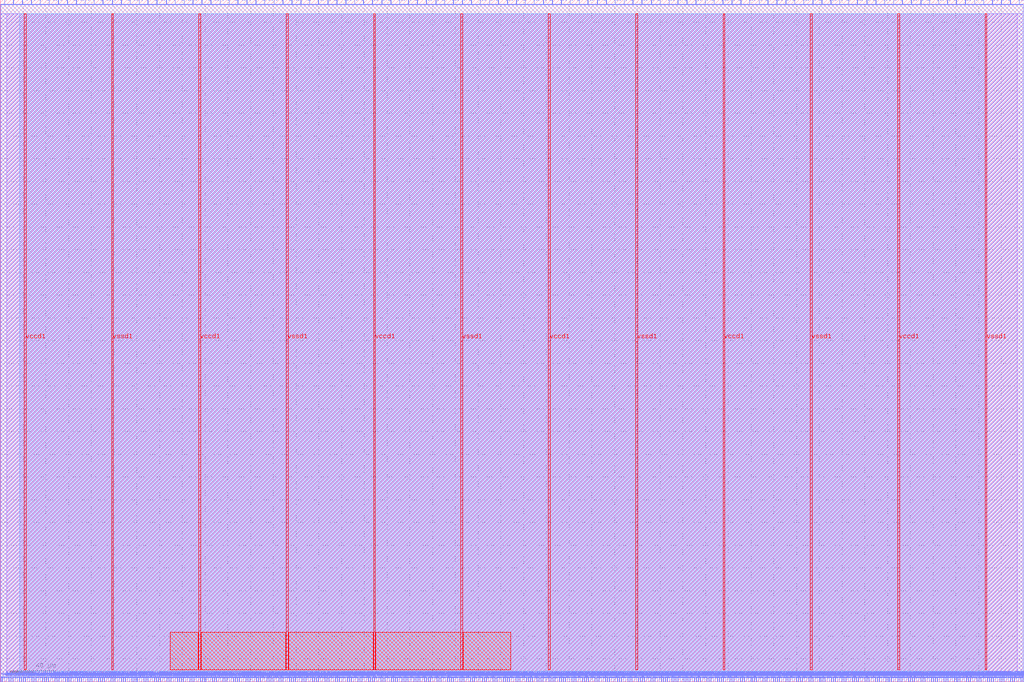
<source format=lef>
VERSION 5.7 ;
  NOWIREEXTENSIONATPIN ON ;
  DIVIDERCHAR "/" ;
  BUSBITCHARS "[]" ;
MACRO user_proj_example
  CLASS BLOCK ;
  FOREIGN user_proj_example ;
  ORIGIN 0.000 0.000 ;
  SIZE 900.000 BY 600.000 ;
  PIN io_in[0]
    DIRECTION INPUT ;
    USE SIGNAL ;
    PORT
      LAYER met2 ;
        RECT 3.770 596.000 4.050 600.000 ;
    END
  END io_in[0]
  PIN io_in[10]
    DIRECTION INPUT ;
    USE SIGNAL ;
    PORT
      LAYER met2 ;
        RECT 240.670 596.000 240.950 600.000 ;
    END
  END io_in[10]
  PIN io_in[11]
    DIRECTION INPUT ;
    USE SIGNAL ;
    PORT
      LAYER met2 ;
        RECT 264.130 596.000 264.410 600.000 ;
    END
  END io_in[11]
  PIN io_in[12]
    DIRECTION INPUT ;
    USE SIGNAL ;
    PORT
      LAYER met2 ;
        RECT 288.050 596.000 288.330 600.000 ;
    END
  END io_in[12]
  PIN io_in[13]
    DIRECTION INPUT ;
    USE SIGNAL ;
    PORT
      LAYER met2 ;
        RECT 311.510 596.000 311.790 600.000 ;
    END
  END io_in[13]
  PIN io_in[14]
    DIRECTION INPUT ;
    USE SIGNAL ;
    PORT
      LAYER met2 ;
        RECT 335.430 596.000 335.710 600.000 ;
    END
  END io_in[14]
  PIN io_in[15]
    DIRECTION INPUT ;
    USE SIGNAL ;
    PORT
      LAYER met2 ;
        RECT 358.890 596.000 359.170 600.000 ;
    END
  END io_in[15]
  PIN io_in[16]
    DIRECTION INPUT ;
    USE SIGNAL ;
    PORT
      LAYER met2 ;
        RECT 382.810 596.000 383.090 600.000 ;
    END
  END io_in[16]
  PIN io_in[17]
    DIRECTION INPUT ;
    USE SIGNAL ;
    PORT
      LAYER met2 ;
        RECT 406.270 596.000 406.550 600.000 ;
    END
  END io_in[17]
  PIN io_in[18]
    DIRECTION INPUT ;
    USE SIGNAL ;
    PORT
      LAYER met2 ;
        RECT 430.190 596.000 430.470 600.000 ;
    END
  END io_in[18]
  PIN io_in[19]
    DIRECTION INPUT ;
    USE SIGNAL ;
    PORT
      LAYER met2 ;
        RECT 453.650 596.000 453.930 600.000 ;
    END
  END io_in[19]
  PIN io_in[1]
    DIRECTION INPUT ;
    USE SIGNAL ;
    PORT
      LAYER met2 ;
        RECT 27.230 596.000 27.510 600.000 ;
    END
  END io_in[1]
  PIN io_in[20]
    DIRECTION INPUT ;
    USE SIGNAL ;
    PORT
      LAYER met2 ;
        RECT 477.570 596.000 477.850 600.000 ;
    END
  END io_in[20]
  PIN io_in[21]
    DIRECTION INPUT ;
    USE SIGNAL ;
    PORT
      LAYER met2 ;
        RECT 501.030 596.000 501.310 600.000 ;
    END
  END io_in[21]
  PIN io_in[22]
    DIRECTION INPUT ;
    USE SIGNAL ;
    PORT
      LAYER met2 ;
        RECT 524.950 596.000 525.230 600.000 ;
    END
  END io_in[22]
  PIN io_in[23]
    DIRECTION INPUT ;
    USE SIGNAL ;
    PORT
      LAYER met2 ;
        RECT 548.410 596.000 548.690 600.000 ;
    END
  END io_in[23]
  PIN io_in[24]
    DIRECTION INPUT ;
    USE SIGNAL ;
    PORT
      LAYER met2 ;
        RECT 572.330 596.000 572.610 600.000 ;
    END
  END io_in[24]
  PIN io_in[25]
    DIRECTION INPUT ;
    USE SIGNAL ;
    PORT
      LAYER met2 ;
        RECT 595.790 596.000 596.070 600.000 ;
    END
  END io_in[25]
  PIN io_in[26]
    DIRECTION INPUT ;
    USE SIGNAL ;
    PORT
      LAYER met2 ;
        RECT 619.710 596.000 619.990 600.000 ;
    END
  END io_in[26]
  PIN io_in[27]
    DIRECTION INPUT ;
    USE SIGNAL ;
    PORT
      LAYER met2 ;
        RECT 643.170 596.000 643.450 600.000 ;
    END
  END io_in[27]
  PIN io_in[28]
    DIRECTION INPUT ;
    USE SIGNAL ;
    PORT
      LAYER met2 ;
        RECT 667.090 596.000 667.370 600.000 ;
    END
  END io_in[28]
  PIN io_in[29]
    DIRECTION INPUT ;
    USE SIGNAL ;
    PORT
      LAYER met2 ;
        RECT 690.550 596.000 690.830 600.000 ;
    END
  END io_in[29]
  PIN io_in[2]
    DIRECTION INPUT ;
    USE SIGNAL ;
    PORT
      LAYER met2 ;
        RECT 51.150 596.000 51.430 600.000 ;
    END
  END io_in[2]
  PIN io_in[30]
    DIRECTION INPUT ;
    USE SIGNAL ;
    PORT
      LAYER met2 ;
        RECT 714.470 596.000 714.750 600.000 ;
    END
  END io_in[30]
  PIN io_in[31]
    DIRECTION INPUT ;
    USE SIGNAL ;
    PORT
      LAYER met2 ;
        RECT 737.930 596.000 738.210 600.000 ;
    END
  END io_in[31]
  PIN io_in[32]
    DIRECTION INPUT ;
    USE SIGNAL ;
    PORT
      LAYER met2 ;
        RECT 761.850 596.000 762.130 600.000 ;
    END
  END io_in[32]
  PIN io_in[33]
    DIRECTION INPUT ;
    USE SIGNAL ;
    PORT
      LAYER met2 ;
        RECT 785.310 596.000 785.590 600.000 ;
    END
  END io_in[33]
  PIN io_in[34]
    DIRECTION INPUT ;
    USE SIGNAL ;
    PORT
      LAYER met2 ;
        RECT 809.230 596.000 809.510 600.000 ;
    END
  END io_in[34]
  PIN io_in[35]
    DIRECTION INPUT ;
    USE SIGNAL ;
    PORT
      LAYER met2 ;
        RECT 832.690 596.000 832.970 600.000 ;
    END
  END io_in[35]
  PIN io_in[36]
    DIRECTION INPUT ;
    USE SIGNAL ;
    PORT
      LAYER met2 ;
        RECT 856.610 596.000 856.890 600.000 ;
    END
  END io_in[36]
  PIN io_in[37]
    DIRECTION INPUT ;
    USE SIGNAL ;
    PORT
      LAYER met2 ;
        RECT 880.070 596.000 880.350 600.000 ;
    END
  END io_in[37]
  PIN io_in[3]
    DIRECTION INPUT ;
    USE SIGNAL ;
    PORT
      LAYER met2 ;
        RECT 74.610 596.000 74.890 600.000 ;
    END
  END io_in[3]
  PIN io_in[4]
    DIRECTION INPUT ;
    USE SIGNAL ;
    PORT
      LAYER met2 ;
        RECT 98.530 596.000 98.810 600.000 ;
    END
  END io_in[4]
  PIN io_in[5]
    DIRECTION INPUT ;
    USE SIGNAL ;
    PORT
      LAYER met2 ;
        RECT 121.990 596.000 122.270 600.000 ;
    END
  END io_in[5]
  PIN io_in[6]
    DIRECTION INPUT ;
    USE SIGNAL ;
    PORT
      LAYER met2 ;
        RECT 145.910 596.000 146.190 600.000 ;
    END
  END io_in[6]
  PIN io_in[7]
    DIRECTION INPUT ;
    USE SIGNAL ;
    PORT
      LAYER met2 ;
        RECT 169.370 596.000 169.650 600.000 ;
    END
  END io_in[7]
  PIN io_in[8]
    DIRECTION INPUT ;
    USE SIGNAL ;
    PORT
      LAYER met2 ;
        RECT 193.290 596.000 193.570 600.000 ;
    END
  END io_in[8]
  PIN io_in[9]
    DIRECTION INPUT ;
    USE SIGNAL ;
    PORT
      LAYER met2 ;
        RECT 216.750 596.000 217.030 600.000 ;
    END
  END io_in[9]
  PIN io_oeb[0]
    DIRECTION OUTPUT TRISTATE ;
    USE SIGNAL ;
    PORT
      LAYER met2 ;
        RECT 11.590 596.000 11.870 600.000 ;
    END
  END io_oeb[0]
  PIN io_oeb[10]
    DIRECTION OUTPUT TRISTATE ;
    USE SIGNAL ;
    PORT
      LAYER met2 ;
        RECT 248.490 596.000 248.770 600.000 ;
    END
  END io_oeb[10]
  PIN io_oeb[11]
    DIRECTION OUTPUT TRISTATE ;
    USE SIGNAL ;
    PORT
      LAYER met2 ;
        RECT 271.950 596.000 272.230 600.000 ;
    END
  END io_oeb[11]
  PIN io_oeb[12]
    DIRECTION OUTPUT TRISTATE ;
    USE SIGNAL ;
    PORT
      LAYER met2 ;
        RECT 295.870 596.000 296.150 600.000 ;
    END
  END io_oeb[12]
  PIN io_oeb[13]
    DIRECTION OUTPUT TRISTATE ;
    USE SIGNAL ;
    PORT
      LAYER met2 ;
        RECT 319.330 596.000 319.610 600.000 ;
    END
  END io_oeb[13]
  PIN io_oeb[14]
    DIRECTION OUTPUT TRISTATE ;
    USE SIGNAL ;
    PORT
      LAYER met2 ;
        RECT 343.250 596.000 343.530 600.000 ;
    END
  END io_oeb[14]
  PIN io_oeb[15]
    DIRECTION OUTPUT TRISTATE ;
    USE SIGNAL ;
    PORT
      LAYER met2 ;
        RECT 366.710 596.000 366.990 600.000 ;
    END
  END io_oeb[15]
  PIN io_oeb[16]
    DIRECTION OUTPUT TRISTATE ;
    USE SIGNAL ;
    PORT
      LAYER met2 ;
        RECT 390.630 596.000 390.910 600.000 ;
    END
  END io_oeb[16]
  PIN io_oeb[17]
    DIRECTION OUTPUT TRISTATE ;
    USE SIGNAL ;
    PORT
      LAYER met2 ;
        RECT 414.090 596.000 414.370 600.000 ;
    END
  END io_oeb[17]
  PIN io_oeb[18]
    DIRECTION OUTPUT TRISTATE ;
    USE SIGNAL ;
    PORT
      LAYER met2 ;
        RECT 438.010 596.000 438.290 600.000 ;
    END
  END io_oeb[18]
  PIN io_oeb[19]
    DIRECTION OUTPUT TRISTATE ;
    USE SIGNAL ;
    PORT
      LAYER met2 ;
        RECT 461.470 596.000 461.750 600.000 ;
    END
  END io_oeb[19]
  PIN io_oeb[1]
    DIRECTION OUTPUT TRISTATE ;
    USE SIGNAL ;
    PORT
      LAYER met2 ;
        RECT 35.050 596.000 35.330 600.000 ;
    END
  END io_oeb[1]
  PIN io_oeb[20]
    DIRECTION OUTPUT TRISTATE ;
    USE SIGNAL ;
    PORT
      LAYER met2 ;
        RECT 485.390 596.000 485.670 600.000 ;
    END
  END io_oeb[20]
  PIN io_oeb[21]
    DIRECTION OUTPUT TRISTATE ;
    USE SIGNAL ;
    PORT
      LAYER met2 ;
        RECT 508.850 596.000 509.130 600.000 ;
    END
  END io_oeb[21]
  PIN io_oeb[22]
    DIRECTION OUTPUT TRISTATE ;
    USE SIGNAL ;
    PORT
      LAYER met2 ;
        RECT 532.770 596.000 533.050 600.000 ;
    END
  END io_oeb[22]
  PIN io_oeb[23]
    DIRECTION OUTPUT TRISTATE ;
    USE SIGNAL ;
    PORT
      LAYER met2 ;
        RECT 556.230 596.000 556.510 600.000 ;
    END
  END io_oeb[23]
  PIN io_oeb[24]
    DIRECTION OUTPUT TRISTATE ;
    USE SIGNAL ;
    PORT
      LAYER met2 ;
        RECT 580.150 596.000 580.430 600.000 ;
    END
  END io_oeb[24]
  PIN io_oeb[25]
    DIRECTION OUTPUT TRISTATE ;
    USE SIGNAL ;
    PORT
      LAYER met2 ;
        RECT 603.610 596.000 603.890 600.000 ;
    END
  END io_oeb[25]
  PIN io_oeb[26]
    DIRECTION OUTPUT TRISTATE ;
    USE SIGNAL ;
    PORT
      LAYER met2 ;
        RECT 627.530 596.000 627.810 600.000 ;
    END
  END io_oeb[26]
  PIN io_oeb[27]
    DIRECTION OUTPUT TRISTATE ;
    USE SIGNAL ;
    PORT
      LAYER met2 ;
        RECT 650.990 596.000 651.270 600.000 ;
    END
  END io_oeb[27]
  PIN io_oeb[28]
    DIRECTION OUTPUT TRISTATE ;
    USE SIGNAL ;
    PORT
      LAYER met2 ;
        RECT 674.910 596.000 675.190 600.000 ;
    END
  END io_oeb[28]
  PIN io_oeb[29]
    DIRECTION OUTPUT TRISTATE ;
    USE SIGNAL ;
    PORT
      LAYER met2 ;
        RECT 698.370 596.000 698.650 600.000 ;
    END
  END io_oeb[29]
  PIN io_oeb[2]
    DIRECTION OUTPUT TRISTATE ;
    USE SIGNAL ;
    PORT
      LAYER met2 ;
        RECT 58.970 596.000 59.250 600.000 ;
    END
  END io_oeb[2]
  PIN io_oeb[30]
    DIRECTION OUTPUT TRISTATE ;
    USE SIGNAL ;
    PORT
      LAYER met2 ;
        RECT 722.290 596.000 722.570 600.000 ;
    END
  END io_oeb[30]
  PIN io_oeb[31]
    DIRECTION OUTPUT TRISTATE ;
    USE SIGNAL ;
    PORT
      LAYER met2 ;
        RECT 745.750 596.000 746.030 600.000 ;
    END
  END io_oeb[31]
  PIN io_oeb[32]
    DIRECTION OUTPUT TRISTATE ;
    USE SIGNAL ;
    PORT
      LAYER met2 ;
        RECT 769.670 596.000 769.950 600.000 ;
    END
  END io_oeb[32]
  PIN io_oeb[33]
    DIRECTION OUTPUT TRISTATE ;
    USE SIGNAL ;
    PORT
      LAYER met2 ;
        RECT 793.130 596.000 793.410 600.000 ;
    END
  END io_oeb[33]
  PIN io_oeb[34]
    DIRECTION OUTPUT TRISTATE ;
    USE SIGNAL ;
    PORT
      LAYER met2 ;
        RECT 817.050 596.000 817.330 600.000 ;
    END
  END io_oeb[34]
  PIN io_oeb[35]
    DIRECTION OUTPUT TRISTATE ;
    USE SIGNAL ;
    PORT
      LAYER met2 ;
        RECT 840.510 596.000 840.790 600.000 ;
    END
  END io_oeb[35]
  PIN io_oeb[36]
    DIRECTION OUTPUT TRISTATE ;
    USE SIGNAL ;
    PORT
      LAYER met2 ;
        RECT 864.430 596.000 864.710 600.000 ;
    END
  END io_oeb[36]
  PIN io_oeb[37]
    DIRECTION OUTPUT TRISTATE ;
    USE SIGNAL ;
    PORT
      LAYER met2 ;
        RECT 887.890 596.000 888.170 600.000 ;
    END
  END io_oeb[37]
  PIN io_oeb[3]
    DIRECTION OUTPUT TRISTATE ;
    USE SIGNAL ;
    PORT
      LAYER met2 ;
        RECT 82.430 596.000 82.710 600.000 ;
    END
  END io_oeb[3]
  PIN io_oeb[4]
    DIRECTION OUTPUT TRISTATE ;
    USE SIGNAL ;
    PORT
      LAYER met2 ;
        RECT 106.350 596.000 106.630 600.000 ;
    END
  END io_oeb[4]
  PIN io_oeb[5]
    DIRECTION OUTPUT TRISTATE ;
    USE SIGNAL ;
    PORT
      LAYER met2 ;
        RECT 129.810 596.000 130.090 600.000 ;
    END
  END io_oeb[5]
  PIN io_oeb[6]
    DIRECTION OUTPUT TRISTATE ;
    USE SIGNAL ;
    PORT
      LAYER met2 ;
        RECT 153.730 596.000 154.010 600.000 ;
    END
  END io_oeb[6]
  PIN io_oeb[7]
    DIRECTION OUTPUT TRISTATE ;
    USE SIGNAL ;
    PORT
      LAYER met2 ;
        RECT 177.190 596.000 177.470 600.000 ;
    END
  END io_oeb[7]
  PIN io_oeb[8]
    DIRECTION OUTPUT TRISTATE ;
    USE SIGNAL ;
    PORT
      LAYER met2 ;
        RECT 201.110 596.000 201.390 600.000 ;
    END
  END io_oeb[8]
  PIN io_oeb[9]
    DIRECTION OUTPUT TRISTATE ;
    USE SIGNAL ;
    PORT
      LAYER met2 ;
        RECT 224.570 596.000 224.850 600.000 ;
    END
  END io_oeb[9]
  PIN io_out[0]
    DIRECTION OUTPUT TRISTATE ;
    USE SIGNAL ;
    PORT
      LAYER met2 ;
        RECT 19.410 596.000 19.690 600.000 ;
    END
  END io_out[0]
  PIN io_out[10]
    DIRECTION OUTPUT TRISTATE ;
    USE SIGNAL ;
    PORT
      LAYER met2 ;
        RECT 256.310 596.000 256.590 600.000 ;
    END
  END io_out[10]
  PIN io_out[11]
    DIRECTION OUTPUT TRISTATE ;
    USE SIGNAL ;
    PORT
      LAYER met2 ;
        RECT 279.770 596.000 280.050 600.000 ;
    END
  END io_out[11]
  PIN io_out[12]
    DIRECTION OUTPUT TRISTATE ;
    USE SIGNAL ;
    PORT
      LAYER met2 ;
        RECT 303.690 596.000 303.970 600.000 ;
    END
  END io_out[12]
  PIN io_out[13]
    DIRECTION OUTPUT TRISTATE ;
    USE SIGNAL ;
    PORT
      LAYER met2 ;
        RECT 327.150 596.000 327.430 600.000 ;
    END
  END io_out[13]
  PIN io_out[14]
    DIRECTION OUTPUT TRISTATE ;
    USE SIGNAL ;
    PORT
      LAYER met2 ;
        RECT 351.070 596.000 351.350 600.000 ;
    END
  END io_out[14]
  PIN io_out[15]
    DIRECTION OUTPUT TRISTATE ;
    USE SIGNAL ;
    PORT
      LAYER met2 ;
        RECT 374.530 596.000 374.810 600.000 ;
    END
  END io_out[15]
  PIN io_out[16]
    DIRECTION OUTPUT TRISTATE ;
    USE SIGNAL ;
    PORT
      LAYER met2 ;
        RECT 398.450 596.000 398.730 600.000 ;
    END
  END io_out[16]
  PIN io_out[17]
    DIRECTION OUTPUT TRISTATE ;
    USE SIGNAL ;
    PORT
      LAYER met2 ;
        RECT 421.910 596.000 422.190 600.000 ;
    END
  END io_out[17]
  PIN io_out[18]
    DIRECTION OUTPUT TRISTATE ;
    USE SIGNAL ;
    PORT
      LAYER met2 ;
        RECT 445.830 596.000 446.110 600.000 ;
    END
  END io_out[18]
  PIN io_out[19]
    DIRECTION OUTPUT TRISTATE ;
    USE SIGNAL ;
    PORT
      LAYER met2 ;
        RECT 469.290 596.000 469.570 600.000 ;
    END
  END io_out[19]
  PIN io_out[1]
    DIRECTION OUTPUT TRISTATE ;
    USE SIGNAL ;
    PORT
      LAYER met2 ;
        RECT 42.870 596.000 43.150 600.000 ;
    END
  END io_out[1]
  PIN io_out[20]
    DIRECTION OUTPUT TRISTATE ;
    USE SIGNAL ;
    PORT
      LAYER met2 ;
        RECT 493.210 596.000 493.490 600.000 ;
    END
  END io_out[20]
  PIN io_out[21]
    DIRECTION OUTPUT TRISTATE ;
    USE SIGNAL ;
    PORT
      LAYER met2 ;
        RECT 516.670 596.000 516.950 600.000 ;
    END
  END io_out[21]
  PIN io_out[22]
    DIRECTION OUTPUT TRISTATE ;
    USE SIGNAL ;
    PORT
      LAYER met2 ;
        RECT 540.590 596.000 540.870 600.000 ;
    END
  END io_out[22]
  PIN io_out[23]
    DIRECTION OUTPUT TRISTATE ;
    USE SIGNAL ;
    PORT
      LAYER met2 ;
        RECT 564.050 596.000 564.330 600.000 ;
    END
  END io_out[23]
  PIN io_out[24]
    DIRECTION OUTPUT TRISTATE ;
    USE SIGNAL ;
    PORT
      LAYER met2 ;
        RECT 587.970 596.000 588.250 600.000 ;
    END
  END io_out[24]
  PIN io_out[25]
    DIRECTION OUTPUT TRISTATE ;
    USE SIGNAL ;
    PORT
      LAYER met2 ;
        RECT 611.430 596.000 611.710 600.000 ;
    END
  END io_out[25]
  PIN io_out[26]
    DIRECTION OUTPUT TRISTATE ;
    USE SIGNAL ;
    PORT
      LAYER met2 ;
        RECT 635.350 596.000 635.630 600.000 ;
    END
  END io_out[26]
  PIN io_out[27]
    DIRECTION OUTPUT TRISTATE ;
    USE SIGNAL ;
    PORT
      LAYER met2 ;
        RECT 658.810 596.000 659.090 600.000 ;
    END
  END io_out[27]
  PIN io_out[28]
    DIRECTION OUTPUT TRISTATE ;
    USE SIGNAL ;
    PORT
      LAYER met2 ;
        RECT 682.730 596.000 683.010 600.000 ;
    END
  END io_out[28]
  PIN io_out[29]
    DIRECTION OUTPUT TRISTATE ;
    USE SIGNAL ;
    PORT
      LAYER met2 ;
        RECT 706.190 596.000 706.470 600.000 ;
    END
  END io_out[29]
  PIN io_out[2]
    DIRECTION OUTPUT TRISTATE ;
    USE SIGNAL ;
    PORT
      LAYER met2 ;
        RECT 66.790 596.000 67.070 600.000 ;
    END
  END io_out[2]
  PIN io_out[30]
    DIRECTION OUTPUT TRISTATE ;
    USE SIGNAL ;
    PORT
      LAYER met2 ;
        RECT 730.110 596.000 730.390 600.000 ;
    END
  END io_out[30]
  PIN io_out[31]
    DIRECTION OUTPUT TRISTATE ;
    USE SIGNAL ;
    PORT
      LAYER met2 ;
        RECT 753.570 596.000 753.850 600.000 ;
    END
  END io_out[31]
  PIN io_out[32]
    DIRECTION OUTPUT TRISTATE ;
    USE SIGNAL ;
    PORT
      LAYER met2 ;
        RECT 777.490 596.000 777.770 600.000 ;
    END
  END io_out[32]
  PIN io_out[33]
    DIRECTION OUTPUT TRISTATE ;
    USE SIGNAL ;
    PORT
      LAYER met2 ;
        RECT 800.950 596.000 801.230 600.000 ;
    END
  END io_out[33]
  PIN io_out[34]
    DIRECTION OUTPUT TRISTATE ;
    USE SIGNAL ;
    PORT
      LAYER met2 ;
        RECT 824.870 596.000 825.150 600.000 ;
    END
  END io_out[34]
  PIN io_out[35]
    DIRECTION OUTPUT TRISTATE ;
    USE SIGNAL ;
    PORT
      LAYER met2 ;
        RECT 848.330 596.000 848.610 600.000 ;
    END
  END io_out[35]
  PIN io_out[36]
    DIRECTION OUTPUT TRISTATE ;
    USE SIGNAL ;
    PORT
      LAYER met2 ;
        RECT 872.250 596.000 872.530 600.000 ;
    END
  END io_out[36]
  PIN io_out[37]
    DIRECTION OUTPUT TRISTATE ;
    USE SIGNAL ;
    PORT
      LAYER met2 ;
        RECT 895.710 596.000 895.990 600.000 ;
    END
  END io_out[37]
  PIN io_out[3]
    DIRECTION OUTPUT TRISTATE ;
    USE SIGNAL ;
    PORT
      LAYER met2 ;
        RECT 90.250 596.000 90.530 600.000 ;
    END
  END io_out[3]
  PIN io_out[4]
    DIRECTION OUTPUT TRISTATE ;
    USE SIGNAL ;
    PORT
      LAYER met2 ;
        RECT 114.170 596.000 114.450 600.000 ;
    END
  END io_out[4]
  PIN io_out[5]
    DIRECTION OUTPUT TRISTATE ;
    USE SIGNAL ;
    PORT
      LAYER met2 ;
        RECT 137.630 596.000 137.910 600.000 ;
    END
  END io_out[5]
  PIN io_out[6]
    DIRECTION OUTPUT TRISTATE ;
    USE SIGNAL ;
    PORT
      LAYER met2 ;
        RECT 161.550 596.000 161.830 600.000 ;
    END
  END io_out[6]
  PIN io_out[7]
    DIRECTION OUTPUT TRISTATE ;
    USE SIGNAL ;
    PORT
      LAYER met2 ;
        RECT 185.010 596.000 185.290 600.000 ;
    END
  END io_out[7]
  PIN io_out[8]
    DIRECTION OUTPUT TRISTATE ;
    USE SIGNAL ;
    PORT
      LAYER met2 ;
        RECT 208.930 596.000 209.210 600.000 ;
    END
  END io_out[8]
  PIN io_out[9]
    DIRECTION OUTPUT TRISTATE ;
    USE SIGNAL ;
    PORT
      LAYER met2 ;
        RECT 232.390 596.000 232.670 600.000 ;
    END
  END io_out[9]
  PIN irq[0]
    DIRECTION OUTPUT TRISTATE ;
    USE SIGNAL ;
    PORT
      LAYER met2 ;
        RECT 895.250 0.000 895.530 4.000 ;
    END
  END irq[0]
  PIN irq[1]
    DIRECTION OUTPUT TRISTATE ;
    USE SIGNAL ;
    PORT
      LAYER met2 ;
        RECT 897.090 0.000 897.370 4.000 ;
    END
  END irq[1]
  PIN irq[2]
    DIRECTION OUTPUT TRISTATE ;
    USE SIGNAL ;
    PORT
      LAYER met2 ;
        RECT 898.930 0.000 899.210 4.000 ;
    END
  END irq[2]
  PIN la_data_in[0]
    DIRECTION INPUT ;
    USE SIGNAL ;
    PORT
      LAYER met2 ;
        RECT 193.750 0.000 194.030 4.000 ;
    END
  END la_data_in[0]
  PIN la_data_in[100]
    DIRECTION INPUT ;
    USE SIGNAL ;
    PORT
      LAYER met2 ;
        RECT 741.610 0.000 741.890 4.000 ;
    END
  END la_data_in[100]
  PIN la_data_in[101]
    DIRECTION INPUT ;
    USE SIGNAL ;
    PORT
      LAYER met2 ;
        RECT 747.130 0.000 747.410 4.000 ;
    END
  END la_data_in[101]
  PIN la_data_in[102]
    DIRECTION INPUT ;
    USE SIGNAL ;
    PORT
      LAYER met2 ;
        RECT 752.650 0.000 752.930 4.000 ;
    END
  END la_data_in[102]
  PIN la_data_in[103]
    DIRECTION INPUT ;
    USE SIGNAL ;
    PORT
      LAYER met2 ;
        RECT 758.170 0.000 758.450 4.000 ;
    END
  END la_data_in[103]
  PIN la_data_in[104]
    DIRECTION INPUT ;
    USE SIGNAL ;
    PORT
      LAYER met2 ;
        RECT 763.690 0.000 763.970 4.000 ;
    END
  END la_data_in[104]
  PIN la_data_in[105]
    DIRECTION INPUT ;
    USE SIGNAL ;
    PORT
      LAYER met2 ;
        RECT 769.210 0.000 769.490 4.000 ;
    END
  END la_data_in[105]
  PIN la_data_in[106]
    DIRECTION INPUT ;
    USE SIGNAL ;
    PORT
      LAYER met2 ;
        RECT 774.730 0.000 775.010 4.000 ;
    END
  END la_data_in[106]
  PIN la_data_in[107]
    DIRECTION INPUT ;
    USE SIGNAL ;
    PORT
      LAYER met2 ;
        RECT 780.250 0.000 780.530 4.000 ;
    END
  END la_data_in[107]
  PIN la_data_in[108]
    DIRECTION INPUT ;
    USE SIGNAL ;
    PORT
      LAYER met2 ;
        RECT 785.310 0.000 785.590 4.000 ;
    END
  END la_data_in[108]
  PIN la_data_in[109]
    DIRECTION INPUT ;
    USE SIGNAL ;
    PORT
      LAYER met2 ;
        RECT 790.830 0.000 791.110 4.000 ;
    END
  END la_data_in[109]
  PIN la_data_in[10]
    DIRECTION INPUT ;
    USE SIGNAL ;
    PORT
      LAYER met2 ;
        RECT 248.490 0.000 248.770 4.000 ;
    END
  END la_data_in[10]
  PIN la_data_in[110]
    DIRECTION INPUT ;
    USE SIGNAL ;
    PORT
      LAYER met2 ;
        RECT 796.350 0.000 796.630 4.000 ;
    END
  END la_data_in[110]
  PIN la_data_in[111]
    DIRECTION INPUT ;
    USE SIGNAL ;
    PORT
      LAYER met2 ;
        RECT 801.870 0.000 802.150 4.000 ;
    END
  END la_data_in[111]
  PIN la_data_in[112]
    DIRECTION INPUT ;
    USE SIGNAL ;
    PORT
      LAYER met2 ;
        RECT 807.390 0.000 807.670 4.000 ;
    END
  END la_data_in[112]
  PIN la_data_in[113]
    DIRECTION INPUT ;
    USE SIGNAL ;
    PORT
      LAYER met2 ;
        RECT 812.910 0.000 813.190 4.000 ;
    END
  END la_data_in[113]
  PIN la_data_in[114]
    DIRECTION INPUT ;
    USE SIGNAL ;
    PORT
      LAYER met2 ;
        RECT 818.430 0.000 818.710 4.000 ;
    END
  END la_data_in[114]
  PIN la_data_in[115]
    DIRECTION INPUT ;
    USE SIGNAL ;
    PORT
      LAYER met2 ;
        RECT 823.950 0.000 824.230 4.000 ;
    END
  END la_data_in[115]
  PIN la_data_in[116]
    DIRECTION INPUT ;
    USE SIGNAL ;
    PORT
      LAYER met2 ;
        RECT 829.470 0.000 829.750 4.000 ;
    END
  END la_data_in[116]
  PIN la_data_in[117]
    DIRECTION INPUT ;
    USE SIGNAL ;
    PORT
      LAYER met2 ;
        RECT 834.990 0.000 835.270 4.000 ;
    END
  END la_data_in[117]
  PIN la_data_in[118]
    DIRECTION INPUT ;
    USE SIGNAL ;
    PORT
      LAYER met2 ;
        RECT 840.510 0.000 840.790 4.000 ;
    END
  END la_data_in[118]
  PIN la_data_in[119]
    DIRECTION INPUT ;
    USE SIGNAL ;
    PORT
      LAYER met2 ;
        RECT 845.570 0.000 845.850 4.000 ;
    END
  END la_data_in[119]
  PIN la_data_in[11]
    DIRECTION INPUT ;
    USE SIGNAL ;
    PORT
      LAYER met2 ;
        RECT 254.010 0.000 254.290 4.000 ;
    END
  END la_data_in[11]
  PIN la_data_in[120]
    DIRECTION INPUT ;
    USE SIGNAL ;
    PORT
      LAYER met2 ;
        RECT 851.090 0.000 851.370 4.000 ;
    END
  END la_data_in[120]
  PIN la_data_in[121]
    DIRECTION INPUT ;
    USE SIGNAL ;
    PORT
      LAYER met2 ;
        RECT 856.610 0.000 856.890 4.000 ;
    END
  END la_data_in[121]
  PIN la_data_in[122]
    DIRECTION INPUT ;
    USE SIGNAL ;
    PORT
      LAYER met2 ;
        RECT 862.130 0.000 862.410 4.000 ;
    END
  END la_data_in[122]
  PIN la_data_in[123]
    DIRECTION INPUT ;
    USE SIGNAL ;
    PORT
      LAYER met2 ;
        RECT 867.650 0.000 867.930 4.000 ;
    END
  END la_data_in[123]
  PIN la_data_in[124]
    DIRECTION INPUT ;
    USE SIGNAL ;
    PORT
      LAYER met2 ;
        RECT 873.170 0.000 873.450 4.000 ;
    END
  END la_data_in[124]
  PIN la_data_in[125]
    DIRECTION INPUT ;
    USE SIGNAL ;
    PORT
      LAYER met2 ;
        RECT 878.690 0.000 878.970 4.000 ;
    END
  END la_data_in[125]
  PIN la_data_in[126]
    DIRECTION INPUT ;
    USE SIGNAL ;
    PORT
      LAYER met2 ;
        RECT 884.210 0.000 884.490 4.000 ;
    END
  END la_data_in[126]
  PIN la_data_in[127]
    DIRECTION INPUT ;
    USE SIGNAL ;
    PORT
      LAYER met2 ;
        RECT 889.730 0.000 890.010 4.000 ;
    END
  END la_data_in[127]
  PIN la_data_in[12]
    DIRECTION INPUT ;
    USE SIGNAL ;
    PORT
      LAYER met2 ;
        RECT 259.530 0.000 259.810 4.000 ;
    END
  END la_data_in[12]
  PIN la_data_in[13]
    DIRECTION INPUT ;
    USE SIGNAL ;
    PORT
      LAYER met2 ;
        RECT 265.050 0.000 265.330 4.000 ;
    END
  END la_data_in[13]
  PIN la_data_in[14]
    DIRECTION INPUT ;
    USE SIGNAL ;
    PORT
      LAYER met2 ;
        RECT 270.570 0.000 270.850 4.000 ;
    END
  END la_data_in[14]
  PIN la_data_in[15]
    DIRECTION INPUT ;
    USE SIGNAL ;
    PORT
      LAYER met2 ;
        RECT 276.090 0.000 276.370 4.000 ;
    END
  END la_data_in[15]
  PIN la_data_in[16]
    DIRECTION INPUT ;
    USE SIGNAL ;
    PORT
      LAYER met2 ;
        RECT 281.610 0.000 281.890 4.000 ;
    END
  END la_data_in[16]
  PIN la_data_in[17]
    DIRECTION INPUT ;
    USE SIGNAL ;
    PORT
      LAYER met2 ;
        RECT 287.130 0.000 287.410 4.000 ;
    END
  END la_data_in[17]
  PIN la_data_in[18]
    DIRECTION INPUT ;
    USE SIGNAL ;
    PORT
      LAYER met2 ;
        RECT 292.650 0.000 292.930 4.000 ;
    END
  END la_data_in[18]
  PIN la_data_in[19]
    DIRECTION INPUT ;
    USE SIGNAL ;
    PORT
      LAYER met2 ;
        RECT 298.170 0.000 298.450 4.000 ;
    END
  END la_data_in[19]
  PIN la_data_in[1]
    DIRECTION INPUT ;
    USE SIGNAL ;
    PORT
      LAYER met2 ;
        RECT 199.270 0.000 199.550 4.000 ;
    END
  END la_data_in[1]
  PIN la_data_in[20]
    DIRECTION INPUT ;
    USE SIGNAL ;
    PORT
      LAYER met2 ;
        RECT 303.230 0.000 303.510 4.000 ;
    END
  END la_data_in[20]
  PIN la_data_in[21]
    DIRECTION INPUT ;
    USE SIGNAL ;
    PORT
      LAYER met2 ;
        RECT 308.750 0.000 309.030 4.000 ;
    END
  END la_data_in[21]
  PIN la_data_in[22]
    DIRECTION INPUT ;
    USE SIGNAL ;
    PORT
      LAYER met2 ;
        RECT 314.270 0.000 314.550 4.000 ;
    END
  END la_data_in[22]
  PIN la_data_in[23]
    DIRECTION INPUT ;
    USE SIGNAL ;
    PORT
      LAYER met2 ;
        RECT 319.790 0.000 320.070 4.000 ;
    END
  END la_data_in[23]
  PIN la_data_in[24]
    DIRECTION INPUT ;
    USE SIGNAL ;
    PORT
      LAYER met2 ;
        RECT 325.310 0.000 325.590 4.000 ;
    END
  END la_data_in[24]
  PIN la_data_in[25]
    DIRECTION INPUT ;
    USE SIGNAL ;
    PORT
      LAYER met2 ;
        RECT 330.830 0.000 331.110 4.000 ;
    END
  END la_data_in[25]
  PIN la_data_in[26]
    DIRECTION INPUT ;
    USE SIGNAL ;
    PORT
      LAYER met2 ;
        RECT 336.350 0.000 336.630 4.000 ;
    END
  END la_data_in[26]
  PIN la_data_in[27]
    DIRECTION INPUT ;
    USE SIGNAL ;
    PORT
      LAYER met2 ;
        RECT 341.870 0.000 342.150 4.000 ;
    END
  END la_data_in[27]
  PIN la_data_in[28]
    DIRECTION INPUT ;
    USE SIGNAL ;
    PORT
      LAYER met2 ;
        RECT 347.390 0.000 347.670 4.000 ;
    END
  END la_data_in[28]
  PIN la_data_in[29]
    DIRECTION INPUT ;
    USE SIGNAL ;
    PORT
      LAYER met2 ;
        RECT 352.910 0.000 353.190 4.000 ;
    END
  END la_data_in[29]
  PIN la_data_in[2]
    DIRECTION INPUT ;
    USE SIGNAL ;
    PORT
      LAYER met2 ;
        RECT 204.790 0.000 205.070 4.000 ;
    END
  END la_data_in[2]
  PIN la_data_in[30]
    DIRECTION INPUT ;
    USE SIGNAL ;
    PORT
      LAYER met2 ;
        RECT 358.430 0.000 358.710 4.000 ;
    END
  END la_data_in[30]
  PIN la_data_in[31]
    DIRECTION INPUT ;
    USE SIGNAL ;
    PORT
      LAYER met2 ;
        RECT 363.490 0.000 363.770 4.000 ;
    END
  END la_data_in[31]
  PIN la_data_in[32]
    DIRECTION INPUT ;
    USE SIGNAL ;
    PORT
      LAYER met2 ;
        RECT 369.010 0.000 369.290 4.000 ;
    END
  END la_data_in[32]
  PIN la_data_in[33]
    DIRECTION INPUT ;
    USE SIGNAL ;
    PORT
      LAYER met2 ;
        RECT 374.530 0.000 374.810 4.000 ;
    END
  END la_data_in[33]
  PIN la_data_in[34]
    DIRECTION INPUT ;
    USE SIGNAL ;
    PORT
      LAYER met2 ;
        RECT 380.050 0.000 380.330 4.000 ;
    END
  END la_data_in[34]
  PIN la_data_in[35]
    DIRECTION INPUT ;
    USE SIGNAL ;
    PORT
      LAYER met2 ;
        RECT 385.570 0.000 385.850 4.000 ;
    END
  END la_data_in[35]
  PIN la_data_in[36]
    DIRECTION INPUT ;
    USE SIGNAL ;
    PORT
      LAYER met2 ;
        RECT 391.090 0.000 391.370 4.000 ;
    END
  END la_data_in[36]
  PIN la_data_in[37]
    DIRECTION INPUT ;
    USE SIGNAL ;
    PORT
      LAYER met2 ;
        RECT 396.610 0.000 396.890 4.000 ;
    END
  END la_data_in[37]
  PIN la_data_in[38]
    DIRECTION INPUT ;
    USE SIGNAL ;
    PORT
      LAYER met2 ;
        RECT 402.130 0.000 402.410 4.000 ;
    END
  END la_data_in[38]
  PIN la_data_in[39]
    DIRECTION INPUT ;
    USE SIGNAL ;
    PORT
      LAYER met2 ;
        RECT 407.650 0.000 407.930 4.000 ;
    END
  END la_data_in[39]
  PIN la_data_in[3]
    DIRECTION INPUT ;
    USE SIGNAL ;
    PORT
      LAYER met2 ;
        RECT 210.310 0.000 210.590 4.000 ;
    END
  END la_data_in[3]
  PIN la_data_in[40]
    DIRECTION INPUT ;
    USE SIGNAL ;
    PORT
      LAYER met2 ;
        RECT 413.170 0.000 413.450 4.000 ;
    END
  END la_data_in[40]
  PIN la_data_in[41]
    DIRECTION INPUT ;
    USE SIGNAL ;
    PORT
      LAYER met2 ;
        RECT 418.690 0.000 418.970 4.000 ;
    END
  END la_data_in[41]
  PIN la_data_in[42]
    DIRECTION INPUT ;
    USE SIGNAL ;
    PORT
      LAYER met2 ;
        RECT 423.750 0.000 424.030 4.000 ;
    END
  END la_data_in[42]
  PIN la_data_in[43]
    DIRECTION INPUT ;
    USE SIGNAL ;
    PORT
      LAYER met2 ;
        RECT 429.270 0.000 429.550 4.000 ;
    END
  END la_data_in[43]
  PIN la_data_in[44]
    DIRECTION INPUT ;
    USE SIGNAL ;
    PORT
      LAYER met2 ;
        RECT 434.790 0.000 435.070 4.000 ;
    END
  END la_data_in[44]
  PIN la_data_in[45]
    DIRECTION INPUT ;
    USE SIGNAL ;
    PORT
      LAYER met2 ;
        RECT 440.310 0.000 440.590 4.000 ;
    END
  END la_data_in[45]
  PIN la_data_in[46]
    DIRECTION INPUT ;
    USE SIGNAL ;
    PORT
      LAYER met2 ;
        RECT 445.830 0.000 446.110 4.000 ;
    END
  END la_data_in[46]
  PIN la_data_in[47]
    DIRECTION INPUT ;
    USE SIGNAL ;
    PORT
      LAYER met2 ;
        RECT 451.350 0.000 451.630 4.000 ;
    END
  END la_data_in[47]
  PIN la_data_in[48]
    DIRECTION INPUT ;
    USE SIGNAL ;
    PORT
      LAYER met2 ;
        RECT 456.870 0.000 457.150 4.000 ;
    END
  END la_data_in[48]
  PIN la_data_in[49]
    DIRECTION INPUT ;
    USE SIGNAL ;
    PORT
      LAYER met2 ;
        RECT 462.390 0.000 462.670 4.000 ;
    END
  END la_data_in[49]
  PIN la_data_in[4]
    DIRECTION INPUT ;
    USE SIGNAL ;
    PORT
      LAYER met2 ;
        RECT 215.830 0.000 216.110 4.000 ;
    END
  END la_data_in[4]
  PIN la_data_in[50]
    DIRECTION INPUT ;
    USE SIGNAL ;
    PORT
      LAYER met2 ;
        RECT 467.910 0.000 468.190 4.000 ;
    END
  END la_data_in[50]
  PIN la_data_in[51]
    DIRECTION INPUT ;
    USE SIGNAL ;
    PORT
      LAYER met2 ;
        RECT 473.430 0.000 473.710 4.000 ;
    END
  END la_data_in[51]
  PIN la_data_in[52]
    DIRECTION INPUT ;
    USE SIGNAL ;
    PORT
      LAYER met2 ;
        RECT 478.950 0.000 479.230 4.000 ;
    END
  END la_data_in[52]
  PIN la_data_in[53]
    DIRECTION INPUT ;
    USE SIGNAL ;
    PORT
      LAYER met2 ;
        RECT 484.010 0.000 484.290 4.000 ;
    END
  END la_data_in[53]
  PIN la_data_in[54]
    DIRECTION INPUT ;
    USE SIGNAL ;
    PORT
      LAYER met2 ;
        RECT 489.530 0.000 489.810 4.000 ;
    END
  END la_data_in[54]
  PIN la_data_in[55]
    DIRECTION INPUT ;
    USE SIGNAL ;
    PORT
      LAYER met2 ;
        RECT 495.050 0.000 495.330 4.000 ;
    END
  END la_data_in[55]
  PIN la_data_in[56]
    DIRECTION INPUT ;
    USE SIGNAL ;
    PORT
      LAYER met2 ;
        RECT 500.570 0.000 500.850 4.000 ;
    END
  END la_data_in[56]
  PIN la_data_in[57]
    DIRECTION INPUT ;
    USE SIGNAL ;
    PORT
      LAYER met2 ;
        RECT 506.090 0.000 506.370 4.000 ;
    END
  END la_data_in[57]
  PIN la_data_in[58]
    DIRECTION INPUT ;
    USE SIGNAL ;
    PORT
      LAYER met2 ;
        RECT 511.610 0.000 511.890 4.000 ;
    END
  END la_data_in[58]
  PIN la_data_in[59]
    DIRECTION INPUT ;
    USE SIGNAL ;
    PORT
      LAYER met2 ;
        RECT 517.130 0.000 517.410 4.000 ;
    END
  END la_data_in[59]
  PIN la_data_in[5]
    DIRECTION INPUT ;
    USE SIGNAL ;
    PORT
      LAYER met2 ;
        RECT 221.350 0.000 221.630 4.000 ;
    END
  END la_data_in[5]
  PIN la_data_in[60]
    DIRECTION INPUT ;
    USE SIGNAL ;
    PORT
      LAYER met2 ;
        RECT 522.650 0.000 522.930 4.000 ;
    END
  END la_data_in[60]
  PIN la_data_in[61]
    DIRECTION INPUT ;
    USE SIGNAL ;
    PORT
      LAYER met2 ;
        RECT 528.170 0.000 528.450 4.000 ;
    END
  END la_data_in[61]
  PIN la_data_in[62]
    DIRECTION INPUT ;
    USE SIGNAL ;
    PORT
      LAYER met2 ;
        RECT 533.690 0.000 533.970 4.000 ;
    END
  END la_data_in[62]
  PIN la_data_in[63]
    DIRECTION INPUT ;
    USE SIGNAL ;
    PORT
      LAYER met2 ;
        RECT 539.210 0.000 539.490 4.000 ;
    END
  END la_data_in[63]
  PIN la_data_in[64]
    DIRECTION INPUT ;
    USE SIGNAL ;
    PORT
      LAYER met2 ;
        RECT 544.270 0.000 544.550 4.000 ;
    END
  END la_data_in[64]
  PIN la_data_in[65]
    DIRECTION INPUT ;
    USE SIGNAL ;
    PORT
      LAYER met2 ;
        RECT 549.790 0.000 550.070 4.000 ;
    END
  END la_data_in[65]
  PIN la_data_in[66]
    DIRECTION INPUT ;
    USE SIGNAL ;
    PORT
      LAYER met2 ;
        RECT 555.310 0.000 555.590 4.000 ;
    END
  END la_data_in[66]
  PIN la_data_in[67]
    DIRECTION INPUT ;
    USE SIGNAL ;
    PORT
      LAYER met2 ;
        RECT 560.830 0.000 561.110 4.000 ;
    END
  END la_data_in[67]
  PIN la_data_in[68]
    DIRECTION INPUT ;
    USE SIGNAL ;
    PORT
      LAYER met2 ;
        RECT 566.350 0.000 566.630 4.000 ;
    END
  END la_data_in[68]
  PIN la_data_in[69]
    DIRECTION INPUT ;
    USE SIGNAL ;
    PORT
      LAYER met2 ;
        RECT 571.870 0.000 572.150 4.000 ;
    END
  END la_data_in[69]
  PIN la_data_in[6]
    DIRECTION INPUT ;
    USE SIGNAL ;
    PORT
      LAYER met2 ;
        RECT 226.870 0.000 227.150 4.000 ;
    END
  END la_data_in[6]
  PIN la_data_in[70]
    DIRECTION INPUT ;
    USE SIGNAL ;
    PORT
      LAYER met2 ;
        RECT 577.390 0.000 577.670 4.000 ;
    END
  END la_data_in[70]
  PIN la_data_in[71]
    DIRECTION INPUT ;
    USE SIGNAL ;
    PORT
      LAYER met2 ;
        RECT 582.910 0.000 583.190 4.000 ;
    END
  END la_data_in[71]
  PIN la_data_in[72]
    DIRECTION INPUT ;
    USE SIGNAL ;
    PORT
      LAYER met2 ;
        RECT 588.430 0.000 588.710 4.000 ;
    END
  END la_data_in[72]
  PIN la_data_in[73]
    DIRECTION INPUT ;
    USE SIGNAL ;
    PORT
      LAYER met2 ;
        RECT 593.950 0.000 594.230 4.000 ;
    END
  END la_data_in[73]
  PIN la_data_in[74]
    DIRECTION INPUT ;
    USE SIGNAL ;
    PORT
      LAYER met2 ;
        RECT 599.470 0.000 599.750 4.000 ;
    END
  END la_data_in[74]
  PIN la_data_in[75]
    DIRECTION INPUT ;
    USE SIGNAL ;
    PORT
      LAYER met2 ;
        RECT 604.530 0.000 604.810 4.000 ;
    END
  END la_data_in[75]
  PIN la_data_in[76]
    DIRECTION INPUT ;
    USE SIGNAL ;
    PORT
      LAYER met2 ;
        RECT 610.050 0.000 610.330 4.000 ;
    END
  END la_data_in[76]
  PIN la_data_in[77]
    DIRECTION INPUT ;
    USE SIGNAL ;
    PORT
      LAYER met2 ;
        RECT 615.570 0.000 615.850 4.000 ;
    END
  END la_data_in[77]
  PIN la_data_in[78]
    DIRECTION INPUT ;
    USE SIGNAL ;
    PORT
      LAYER met2 ;
        RECT 621.090 0.000 621.370 4.000 ;
    END
  END la_data_in[78]
  PIN la_data_in[79]
    DIRECTION INPUT ;
    USE SIGNAL ;
    PORT
      LAYER met2 ;
        RECT 626.610 0.000 626.890 4.000 ;
    END
  END la_data_in[79]
  PIN la_data_in[7]
    DIRECTION INPUT ;
    USE SIGNAL ;
    PORT
      LAYER met2 ;
        RECT 232.390 0.000 232.670 4.000 ;
    END
  END la_data_in[7]
  PIN la_data_in[80]
    DIRECTION INPUT ;
    USE SIGNAL ;
    PORT
      LAYER met2 ;
        RECT 632.130 0.000 632.410 4.000 ;
    END
  END la_data_in[80]
  PIN la_data_in[81]
    DIRECTION INPUT ;
    USE SIGNAL ;
    PORT
      LAYER met2 ;
        RECT 637.650 0.000 637.930 4.000 ;
    END
  END la_data_in[81]
  PIN la_data_in[82]
    DIRECTION INPUT ;
    USE SIGNAL ;
    PORT
      LAYER met2 ;
        RECT 643.170 0.000 643.450 4.000 ;
    END
  END la_data_in[82]
  PIN la_data_in[83]
    DIRECTION INPUT ;
    USE SIGNAL ;
    PORT
      LAYER met2 ;
        RECT 648.690 0.000 648.970 4.000 ;
    END
  END la_data_in[83]
  PIN la_data_in[84]
    DIRECTION INPUT ;
    USE SIGNAL ;
    PORT
      LAYER met2 ;
        RECT 654.210 0.000 654.490 4.000 ;
    END
  END la_data_in[84]
  PIN la_data_in[85]
    DIRECTION INPUT ;
    USE SIGNAL ;
    PORT
      LAYER met2 ;
        RECT 659.730 0.000 660.010 4.000 ;
    END
  END la_data_in[85]
  PIN la_data_in[86]
    DIRECTION INPUT ;
    USE SIGNAL ;
    PORT
      LAYER met2 ;
        RECT 664.790 0.000 665.070 4.000 ;
    END
  END la_data_in[86]
  PIN la_data_in[87]
    DIRECTION INPUT ;
    USE SIGNAL ;
    PORT
      LAYER met2 ;
        RECT 670.310 0.000 670.590 4.000 ;
    END
  END la_data_in[87]
  PIN la_data_in[88]
    DIRECTION INPUT ;
    USE SIGNAL ;
    PORT
      LAYER met2 ;
        RECT 675.830 0.000 676.110 4.000 ;
    END
  END la_data_in[88]
  PIN la_data_in[89]
    DIRECTION INPUT ;
    USE SIGNAL ;
    PORT
      LAYER met2 ;
        RECT 681.350 0.000 681.630 4.000 ;
    END
  END la_data_in[89]
  PIN la_data_in[8]
    DIRECTION INPUT ;
    USE SIGNAL ;
    PORT
      LAYER met2 ;
        RECT 237.910 0.000 238.190 4.000 ;
    END
  END la_data_in[8]
  PIN la_data_in[90]
    DIRECTION INPUT ;
    USE SIGNAL ;
    PORT
      LAYER met2 ;
        RECT 686.870 0.000 687.150 4.000 ;
    END
  END la_data_in[90]
  PIN la_data_in[91]
    DIRECTION INPUT ;
    USE SIGNAL ;
    PORT
      LAYER met2 ;
        RECT 692.390 0.000 692.670 4.000 ;
    END
  END la_data_in[91]
  PIN la_data_in[92]
    DIRECTION INPUT ;
    USE SIGNAL ;
    PORT
      LAYER met2 ;
        RECT 697.910 0.000 698.190 4.000 ;
    END
  END la_data_in[92]
  PIN la_data_in[93]
    DIRECTION INPUT ;
    USE SIGNAL ;
    PORT
      LAYER met2 ;
        RECT 703.430 0.000 703.710 4.000 ;
    END
  END la_data_in[93]
  PIN la_data_in[94]
    DIRECTION INPUT ;
    USE SIGNAL ;
    PORT
      LAYER met2 ;
        RECT 708.950 0.000 709.230 4.000 ;
    END
  END la_data_in[94]
  PIN la_data_in[95]
    DIRECTION INPUT ;
    USE SIGNAL ;
    PORT
      LAYER met2 ;
        RECT 714.470 0.000 714.750 4.000 ;
    END
  END la_data_in[95]
  PIN la_data_in[96]
    DIRECTION INPUT ;
    USE SIGNAL ;
    PORT
      LAYER met2 ;
        RECT 719.990 0.000 720.270 4.000 ;
    END
  END la_data_in[96]
  PIN la_data_in[97]
    DIRECTION INPUT ;
    USE SIGNAL ;
    PORT
      LAYER met2 ;
        RECT 725.050 0.000 725.330 4.000 ;
    END
  END la_data_in[97]
  PIN la_data_in[98]
    DIRECTION INPUT ;
    USE SIGNAL ;
    PORT
      LAYER met2 ;
        RECT 730.570 0.000 730.850 4.000 ;
    END
  END la_data_in[98]
  PIN la_data_in[99]
    DIRECTION INPUT ;
    USE SIGNAL ;
    PORT
      LAYER met2 ;
        RECT 736.090 0.000 736.370 4.000 ;
    END
  END la_data_in[99]
  PIN la_data_in[9]
    DIRECTION INPUT ;
    USE SIGNAL ;
    PORT
      LAYER met2 ;
        RECT 242.970 0.000 243.250 4.000 ;
    END
  END la_data_in[9]
  PIN la_data_out[0]
    DIRECTION OUTPUT TRISTATE ;
    USE SIGNAL ;
    PORT
      LAYER met2 ;
        RECT 195.590 0.000 195.870 4.000 ;
    END
  END la_data_out[0]
  PIN la_data_out[100]
    DIRECTION OUTPUT TRISTATE ;
    USE SIGNAL ;
    PORT
      LAYER met2 ;
        RECT 743.450 0.000 743.730 4.000 ;
    END
  END la_data_out[100]
  PIN la_data_out[101]
    DIRECTION OUTPUT TRISTATE ;
    USE SIGNAL ;
    PORT
      LAYER met2 ;
        RECT 748.970 0.000 749.250 4.000 ;
    END
  END la_data_out[101]
  PIN la_data_out[102]
    DIRECTION OUTPUT TRISTATE ;
    USE SIGNAL ;
    PORT
      LAYER met2 ;
        RECT 754.490 0.000 754.770 4.000 ;
    END
  END la_data_out[102]
  PIN la_data_out[103]
    DIRECTION OUTPUT TRISTATE ;
    USE SIGNAL ;
    PORT
      LAYER met2 ;
        RECT 760.010 0.000 760.290 4.000 ;
    END
  END la_data_out[103]
  PIN la_data_out[104]
    DIRECTION OUTPUT TRISTATE ;
    USE SIGNAL ;
    PORT
      LAYER met2 ;
        RECT 765.530 0.000 765.810 4.000 ;
    END
  END la_data_out[104]
  PIN la_data_out[105]
    DIRECTION OUTPUT TRISTATE ;
    USE SIGNAL ;
    PORT
      LAYER met2 ;
        RECT 771.050 0.000 771.330 4.000 ;
    END
  END la_data_out[105]
  PIN la_data_out[106]
    DIRECTION OUTPUT TRISTATE ;
    USE SIGNAL ;
    PORT
      LAYER met2 ;
        RECT 776.570 0.000 776.850 4.000 ;
    END
  END la_data_out[106]
  PIN la_data_out[107]
    DIRECTION OUTPUT TRISTATE ;
    USE SIGNAL ;
    PORT
      LAYER met2 ;
        RECT 781.630 0.000 781.910 4.000 ;
    END
  END la_data_out[107]
  PIN la_data_out[108]
    DIRECTION OUTPUT TRISTATE ;
    USE SIGNAL ;
    PORT
      LAYER met2 ;
        RECT 787.150 0.000 787.430 4.000 ;
    END
  END la_data_out[108]
  PIN la_data_out[109]
    DIRECTION OUTPUT TRISTATE ;
    USE SIGNAL ;
    PORT
      LAYER met2 ;
        RECT 792.670 0.000 792.950 4.000 ;
    END
  END la_data_out[109]
  PIN la_data_out[10]
    DIRECTION OUTPUT TRISTATE ;
    USE SIGNAL ;
    PORT
      LAYER met2 ;
        RECT 250.330 0.000 250.610 4.000 ;
    END
  END la_data_out[10]
  PIN la_data_out[110]
    DIRECTION OUTPUT TRISTATE ;
    USE SIGNAL ;
    PORT
      LAYER met2 ;
        RECT 798.190 0.000 798.470 4.000 ;
    END
  END la_data_out[110]
  PIN la_data_out[111]
    DIRECTION OUTPUT TRISTATE ;
    USE SIGNAL ;
    PORT
      LAYER met2 ;
        RECT 803.710 0.000 803.990 4.000 ;
    END
  END la_data_out[111]
  PIN la_data_out[112]
    DIRECTION OUTPUT TRISTATE ;
    USE SIGNAL ;
    PORT
      LAYER met2 ;
        RECT 809.230 0.000 809.510 4.000 ;
    END
  END la_data_out[112]
  PIN la_data_out[113]
    DIRECTION OUTPUT TRISTATE ;
    USE SIGNAL ;
    PORT
      LAYER met2 ;
        RECT 814.750 0.000 815.030 4.000 ;
    END
  END la_data_out[113]
  PIN la_data_out[114]
    DIRECTION OUTPUT TRISTATE ;
    USE SIGNAL ;
    PORT
      LAYER met2 ;
        RECT 820.270 0.000 820.550 4.000 ;
    END
  END la_data_out[114]
  PIN la_data_out[115]
    DIRECTION OUTPUT TRISTATE ;
    USE SIGNAL ;
    PORT
      LAYER met2 ;
        RECT 825.790 0.000 826.070 4.000 ;
    END
  END la_data_out[115]
  PIN la_data_out[116]
    DIRECTION OUTPUT TRISTATE ;
    USE SIGNAL ;
    PORT
      LAYER met2 ;
        RECT 831.310 0.000 831.590 4.000 ;
    END
  END la_data_out[116]
  PIN la_data_out[117]
    DIRECTION OUTPUT TRISTATE ;
    USE SIGNAL ;
    PORT
      LAYER met2 ;
        RECT 836.830 0.000 837.110 4.000 ;
    END
  END la_data_out[117]
  PIN la_data_out[118]
    DIRECTION OUTPUT TRISTATE ;
    USE SIGNAL ;
    PORT
      LAYER met2 ;
        RECT 841.890 0.000 842.170 4.000 ;
    END
  END la_data_out[118]
  PIN la_data_out[119]
    DIRECTION OUTPUT TRISTATE ;
    USE SIGNAL ;
    PORT
      LAYER met2 ;
        RECT 847.410 0.000 847.690 4.000 ;
    END
  END la_data_out[119]
  PIN la_data_out[11]
    DIRECTION OUTPUT TRISTATE ;
    USE SIGNAL ;
    PORT
      LAYER met2 ;
        RECT 255.850 0.000 256.130 4.000 ;
    END
  END la_data_out[11]
  PIN la_data_out[120]
    DIRECTION OUTPUT TRISTATE ;
    USE SIGNAL ;
    PORT
      LAYER met2 ;
        RECT 852.930 0.000 853.210 4.000 ;
    END
  END la_data_out[120]
  PIN la_data_out[121]
    DIRECTION OUTPUT TRISTATE ;
    USE SIGNAL ;
    PORT
      LAYER met2 ;
        RECT 858.450 0.000 858.730 4.000 ;
    END
  END la_data_out[121]
  PIN la_data_out[122]
    DIRECTION OUTPUT TRISTATE ;
    USE SIGNAL ;
    PORT
      LAYER met2 ;
        RECT 863.970 0.000 864.250 4.000 ;
    END
  END la_data_out[122]
  PIN la_data_out[123]
    DIRECTION OUTPUT TRISTATE ;
    USE SIGNAL ;
    PORT
      LAYER met2 ;
        RECT 869.490 0.000 869.770 4.000 ;
    END
  END la_data_out[123]
  PIN la_data_out[124]
    DIRECTION OUTPUT TRISTATE ;
    USE SIGNAL ;
    PORT
      LAYER met2 ;
        RECT 875.010 0.000 875.290 4.000 ;
    END
  END la_data_out[124]
  PIN la_data_out[125]
    DIRECTION OUTPUT TRISTATE ;
    USE SIGNAL ;
    PORT
      LAYER met2 ;
        RECT 880.530 0.000 880.810 4.000 ;
    END
  END la_data_out[125]
  PIN la_data_out[126]
    DIRECTION OUTPUT TRISTATE ;
    USE SIGNAL ;
    PORT
      LAYER met2 ;
        RECT 886.050 0.000 886.330 4.000 ;
    END
  END la_data_out[126]
  PIN la_data_out[127]
    DIRECTION OUTPUT TRISTATE ;
    USE SIGNAL ;
    PORT
      LAYER met2 ;
        RECT 891.570 0.000 891.850 4.000 ;
    END
  END la_data_out[127]
  PIN la_data_out[12]
    DIRECTION OUTPUT TRISTATE ;
    USE SIGNAL ;
    PORT
      LAYER met2 ;
        RECT 261.370 0.000 261.650 4.000 ;
    END
  END la_data_out[12]
  PIN la_data_out[13]
    DIRECTION OUTPUT TRISTATE ;
    USE SIGNAL ;
    PORT
      LAYER met2 ;
        RECT 266.890 0.000 267.170 4.000 ;
    END
  END la_data_out[13]
  PIN la_data_out[14]
    DIRECTION OUTPUT TRISTATE ;
    USE SIGNAL ;
    PORT
      LAYER met2 ;
        RECT 272.410 0.000 272.690 4.000 ;
    END
  END la_data_out[14]
  PIN la_data_out[15]
    DIRECTION OUTPUT TRISTATE ;
    USE SIGNAL ;
    PORT
      LAYER met2 ;
        RECT 277.930 0.000 278.210 4.000 ;
    END
  END la_data_out[15]
  PIN la_data_out[16]
    DIRECTION OUTPUT TRISTATE ;
    USE SIGNAL ;
    PORT
      LAYER met2 ;
        RECT 283.450 0.000 283.730 4.000 ;
    END
  END la_data_out[16]
  PIN la_data_out[17]
    DIRECTION OUTPUT TRISTATE ;
    USE SIGNAL ;
    PORT
      LAYER met2 ;
        RECT 288.970 0.000 289.250 4.000 ;
    END
  END la_data_out[17]
  PIN la_data_out[18]
    DIRECTION OUTPUT TRISTATE ;
    USE SIGNAL ;
    PORT
      LAYER met2 ;
        RECT 294.490 0.000 294.770 4.000 ;
    END
  END la_data_out[18]
  PIN la_data_out[19]
    DIRECTION OUTPUT TRISTATE ;
    USE SIGNAL ;
    PORT
      LAYER met2 ;
        RECT 300.010 0.000 300.290 4.000 ;
    END
  END la_data_out[19]
  PIN la_data_out[1]
    DIRECTION OUTPUT TRISTATE ;
    USE SIGNAL ;
    PORT
      LAYER met2 ;
        RECT 201.110 0.000 201.390 4.000 ;
    END
  END la_data_out[1]
  PIN la_data_out[20]
    DIRECTION OUTPUT TRISTATE ;
    USE SIGNAL ;
    PORT
      LAYER met2 ;
        RECT 305.070 0.000 305.350 4.000 ;
    END
  END la_data_out[20]
  PIN la_data_out[21]
    DIRECTION OUTPUT TRISTATE ;
    USE SIGNAL ;
    PORT
      LAYER met2 ;
        RECT 310.590 0.000 310.870 4.000 ;
    END
  END la_data_out[21]
  PIN la_data_out[22]
    DIRECTION OUTPUT TRISTATE ;
    USE SIGNAL ;
    PORT
      LAYER met2 ;
        RECT 316.110 0.000 316.390 4.000 ;
    END
  END la_data_out[22]
  PIN la_data_out[23]
    DIRECTION OUTPUT TRISTATE ;
    USE SIGNAL ;
    PORT
      LAYER met2 ;
        RECT 321.630 0.000 321.910 4.000 ;
    END
  END la_data_out[23]
  PIN la_data_out[24]
    DIRECTION OUTPUT TRISTATE ;
    USE SIGNAL ;
    PORT
      LAYER met2 ;
        RECT 327.150 0.000 327.430 4.000 ;
    END
  END la_data_out[24]
  PIN la_data_out[25]
    DIRECTION OUTPUT TRISTATE ;
    USE SIGNAL ;
    PORT
      LAYER met2 ;
        RECT 332.670 0.000 332.950 4.000 ;
    END
  END la_data_out[25]
  PIN la_data_out[26]
    DIRECTION OUTPUT TRISTATE ;
    USE SIGNAL ;
    PORT
      LAYER met2 ;
        RECT 338.190 0.000 338.470 4.000 ;
    END
  END la_data_out[26]
  PIN la_data_out[27]
    DIRECTION OUTPUT TRISTATE ;
    USE SIGNAL ;
    PORT
      LAYER met2 ;
        RECT 343.710 0.000 343.990 4.000 ;
    END
  END la_data_out[27]
  PIN la_data_out[28]
    DIRECTION OUTPUT TRISTATE ;
    USE SIGNAL ;
    PORT
      LAYER met2 ;
        RECT 349.230 0.000 349.510 4.000 ;
    END
  END la_data_out[28]
  PIN la_data_out[29]
    DIRECTION OUTPUT TRISTATE ;
    USE SIGNAL ;
    PORT
      LAYER met2 ;
        RECT 354.750 0.000 355.030 4.000 ;
    END
  END la_data_out[29]
  PIN la_data_out[2]
    DIRECTION OUTPUT TRISTATE ;
    USE SIGNAL ;
    PORT
      LAYER met2 ;
        RECT 206.630 0.000 206.910 4.000 ;
    END
  END la_data_out[2]
  PIN la_data_out[30]
    DIRECTION OUTPUT TRISTATE ;
    USE SIGNAL ;
    PORT
      LAYER met2 ;
        RECT 360.270 0.000 360.550 4.000 ;
    END
  END la_data_out[30]
  PIN la_data_out[31]
    DIRECTION OUTPUT TRISTATE ;
    USE SIGNAL ;
    PORT
      LAYER met2 ;
        RECT 365.330 0.000 365.610 4.000 ;
    END
  END la_data_out[31]
  PIN la_data_out[32]
    DIRECTION OUTPUT TRISTATE ;
    USE SIGNAL ;
    PORT
      LAYER met2 ;
        RECT 370.850 0.000 371.130 4.000 ;
    END
  END la_data_out[32]
  PIN la_data_out[33]
    DIRECTION OUTPUT TRISTATE ;
    USE SIGNAL ;
    PORT
      LAYER met2 ;
        RECT 376.370 0.000 376.650 4.000 ;
    END
  END la_data_out[33]
  PIN la_data_out[34]
    DIRECTION OUTPUT TRISTATE ;
    USE SIGNAL ;
    PORT
      LAYER met2 ;
        RECT 381.890 0.000 382.170 4.000 ;
    END
  END la_data_out[34]
  PIN la_data_out[35]
    DIRECTION OUTPUT TRISTATE ;
    USE SIGNAL ;
    PORT
      LAYER met2 ;
        RECT 387.410 0.000 387.690 4.000 ;
    END
  END la_data_out[35]
  PIN la_data_out[36]
    DIRECTION OUTPUT TRISTATE ;
    USE SIGNAL ;
    PORT
      LAYER met2 ;
        RECT 392.930 0.000 393.210 4.000 ;
    END
  END la_data_out[36]
  PIN la_data_out[37]
    DIRECTION OUTPUT TRISTATE ;
    USE SIGNAL ;
    PORT
      LAYER met2 ;
        RECT 398.450 0.000 398.730 4.000 ;
    END
  END la_data_out[37]
  PIN la_data_out[38]
    DIRECTION OUTPUT TRISTATE ;
    USE SIGNAL ;
    PORT
      LAYER met2 ;
        RECT 403.970 0.000 404.250 4.000 ;
    END
  END la_data_out[38]
  PIN la_data_out[39]
    DIRECTION OUTPUT TRISTATE ;
    USE SIGNAL ;
    PORT
      LAYER met2 ;
        RECT 409.490 0.000 409.770 4.000 ;
    END
  END la_data_out[39]
  PIN la_data_out[3]
    DIRECTION OUTPUT TRISTATE ;
    USE SIGNAL ;
    PORT
      LAYER met2 ;
        RECT 212.150 0.000 212.430 4.000 ;
    END
  END la_data_out[3]
  PIN la_data_out[40]
    DIRECTION OUTPUT TRISTATE ;
    USE SIGNAL ;
    PORT
      LAYER met2 ;
        RECT 415.010 0.000 415.290 4.000 ;
    END
  END la_data_out[40]
  PIN la_data_out[41]
    DIRECTION OUTPUT TRISTATE ;
    USE SIGNAL ;
    PORT
      LAYER met2 ;
        RECT 420.530 0.000 420.810 4.000 ;
    END
  END la_data_out[41]
  PIN la_data_out[42]
    DIRECTION OUTPUT TRISTATE ;
    USE SIGNAL ;
    PORT
      LAYER met2 ;
        RECT 425.590 0.000 425.870 4.000 ;
    END
  END la_data_out[42]
  PIN la_data_out[43]
    DIRECTION OUTPUT TRISTATE ;
    USE SIGNAL ;
    PORT
      LAYER met2 ;
        RECT 431.110 0.000 431.390 4.000 ;
    END
  END la_data_out[43]
  PIN la_data_out[44]
    DIRECTION OUTPUT TRISTATE ;
    USE SIGNAL ;
    PORT
      LAYER met2 ;
        RECT 436.630 0.000 436.910 4.000 ;
    END
  END la_data_out[44]
  PIN la_data_out[45]
    DIRECTION OUTPUT TRISTATE ;
    USE SIGNAL ;
    PORT
      LAYER met2 ;
        RECT 442.150 0.000 442.430 4.000 ;
    END
  END la_data_out[45]
  PIN la_data_out[46]
    DIRECTION OUTPUT TRISTATE ;
    USE SIGNAL ;
    PORT
      LAYER met2 ;
        RECT 447.670 0.000 447.950 4.000 ;
    END
  END la_data_out[46]
  PIN la_data_out[47]
    DIRECTION OUTPUT TRISTATE ;
    USE SIGNAL ;
    PORT
      LAYER met2 ;
        RECT 453.190 0.000 453.470 4.000 ;
    END
  END la_data_out[47]
  PIN la_data_out[48]
    DIRECTION OUTPUT TRISTATE ;
    USE SIGNAL ;
    PORT
      LAYER met2 ;
        RECT 458.710 0.000 458.990 4.000 ;
    END
  END la_data_out[48]
  PIN la_data_out[49]
    DIRECTION OUTPUT TRISTATE ;
    USE SIGNAL ;
    PORT
      LAYER met2 ;
        RECT 464.230 0.000 464.510 4.000 ;
    END
  END la_data_out[49]
  PIN la_data_out[4]
    DIRECTION OUTPUT TRISTATE ;
    USE SIGNAL ;
    PORT
      LAYER met2 ;
        RECT 217.670 0.000 217.950 4.000 ;
    END
  END la_data_out[4]
  PIN la_data_out[50]
    DIRECTION OUTPUT TRISTATE ;
    USE SIGNAL ;
    PORT
      LAYER met2 ;
        RECT 469.750 0.000 470.030 4.000 ;
    END
  END la_data_out[50]
  PIN la_data_out[51]
    DIRECTION OUTPUT TRISTATE ;
    USE SIGNAL ;
    PORT
      LAYER met2 ;
        RECT 475.270 0.000 475.550 4.000 ;
    END
  END la_data_out[51]
  PIN la_data_out[52]
    DIRECTION OUTPUT TRISTATE ;
    USE SIGNAL ;
    PORT
      LAYER met2 ;
        RECT 480.330 0.000 480.610 4.000 ;
    END
  END la_data_out[52]
  PIN la_data_out[53]
    DIRECTION OUTPUT TRISTATE ;
    USE SIGNAL ;
    PORT
      LAYER met2 ;
        RECT 485.850 0.000 486.130 4.000 ;
    END
  END la_data_out[53]
  PIN la_data_out[54]
    DIRECTION OUTPUT TRISTATE ;
    USE SIGNAL ;
    PORT
      LAYER met2 ;
        RECT 491.370 0.000 491.650 4.000 ;
    END
  END la_data_out[54]
  PIN la_data_out[55]
    DIRECTION OUTPUT TRISTATE ;
    USE SIGNAL ;
    PORT
      LAYER met2 ;
        RECT 496.890 0.000 497.170 4.000 ;
    END
  END la_data_out[55]
  PIN la_data_out[56]
    DIRECTION OUTPUT TRISTATE ;
    USE SIGNAL ;
    PORT
      LAYER met2 ;
        RECT 502.410 0.000 502.690 4.000 ;
    END
  END la_data_out[56]
  PIN la_data_out[57]
    DIRECTION OUTPUT TRISTATE ;
    USE SIGNAL ;
    PORT
      LAYER met2 ;
        RECT 507.930 0.000 508.210 4.000 ;
    END
  END la_data_out[57]
  PIN la_data_out[58]
    DIRECTION OUTPUT TRISTATE ;
    USE SIGNAL ;
    PORT
      LAYER met2 ;
        RECT 513.450 0.000 513.730 4.000 ;
    END
  END la_data_out[58]
  PIN la_data_out[59]
    DIRECTION OUTPUT TRISTATE ;
    USE SIGNAL ;
    PORT
      LAYER met2 ;
        RECT 518.970 0.000 519.250 4.000 ;
    END
  END la_data_out[59]
  PIN la_data_out[5]
    DIRECTION OUTPUT TRISTATE ;
    USE SIGNAL ;
    PORT
      LAYER met2 ;
        RECT 223.190 0.000 223.470 4.000 ;
    END
  END la_data_out[5]
  PIN la_data_out[60]
    DIRECTION OUTPUT TRISTATE ;
    USE SIGNAL ;
    PORT
      LAYER met2 ;
        RECT 524.490 0.000 524.770 4.000 ;
    END
  END la_data_out[60]
  PIN la_data_out[61]
    DIRECTION OUTPUT TRISTATE ;
    USE SIGNAL ;
    PORT
      LAYER met2 ;
        RECT 530.010 0.000 530.290 4.000 ;
    END
  END la_data_out[61]
  PIN la_data_out[62]
    DIRECTION OUTPUT TRISTATE ;
    USE SIGNAL ;
    PORT
      LAYER met2 ;
        RECT 535.530 0.000 535.810 4.000 ;
    END
  END la_data_out[62]
  PIN la_data_out[63]
    DIRECTION OUTPUT TRISTATE ;
    USE SIGNAL ;
    PORT
      LAYER met2 ;
        RECT 540.590 0.000 540.870 4.000 ;
    END
  END la_data_out[63]
  PIN la_data_out[64]
    DIRECTION OUTPUT TRISTATE ;
    USE SIGNAL ;
    PORT
      LAYER met2 ;
        RECT 546.110 0.000 546.390 4.000 ;
    END
  END la_data_out[64]
  PIN la_data_out[65]
    DIRECTION OUTPUT TRISTATE ;
    USE SIGNAL ;
    PORT
      LAYER met2 ;
        RECT 551.630 0.000 551.910 4.000 ;
    END
  END la_data_out[65]
  PIN la_data_out[66]
    DIRECTION OUTPUT TRISTATE ;
    USE SIGNAL ;
    PORT
      LAYER met2 ;
        RECT 557.150 0.000 557.430 4.000 ;
    END
  END la_data_out[66]
  PIN la_data_out[67]
    DIRECTION OUTPUT TRISTATE ;
    USE SIGNAL ;
    PORT
      LAYER met2 ;
        RECT 562.670 0.000 562.950 4.000 ;
    END
  END la_data_out[67]
  PIN la_data_out[68]
    DIRECTION OUTPUT TRISTATE ;
    USE SIGNAL ;
    PORT
      LAYER met2 ;
        RECT 568.190 0.000 568.470 4.000 ;
    END
  END la_data_out[68]
  PIN la_data_out[69]
    DIRECTION OUTPUT TRISTATE ;
    USE SIGNAL ;
    PORT
      LAYER met2 ;
        RECT 573.710 0.000 573.990 4.000 ;
    END
  END la_data_out[69]
  PIN la_data_out[6]
    DIRECTION OUTPUT TRISTATE ;
    USE SIGNAL ;
    PORT
      LAYER met2 ;
        RECT 228.710 0.000 228.990 4.000 ;
    END
  END la_data_out[6]
  PIN la_data_out[70]
    DIRECTION OUTPUT TRISTATE ;
    USE SIGNAL ;
    PORT
      LAYER met2 ;
        RECT 579.230 0.000 579.510 4.000 ;
    END
  END la_data_out[70]
  PIN la_data_out[71]
    DIRECTION OUTPUT TRISTATE ;
    USE SIGNAL ;
    PORT
      LAYER met2 ;
        RECT 584.750 0.000 585.030 4.000 ;
    END
  END la_data_out[71]
  PIN la_data_out[72]
    DIRECTION OUTPUT TRISTATE ;
    USE SIGNAL ;
    PORT
      LAYER met2 ;
        RECT 590.270 0.000 590.550 4.000 ;
    END
  END la_data_out[72]
  PIN la_data_out[73]
    DIRECTION OUTPUT TRISTATE ;
    USE SIGNAL ;
    PORT
      LAYER met2 ;
        RECT 595.790 0.000 596.070 4.000 ;
    END
  END la_data_out[73]
  PIN la_data_out[74]
    DIRECTION OUTPUT TRISTATE ;
    USE SIGNAL ;
    PORT
      LAYER met2 ;
        RECT 600.850 0.000 601.130 4.000 ;
    END
  END la_data_out[74]
  PIN la_data_out[75]
    DIRECTION OUTPUT TRISTATE ;
    USE SIGNAL ;
    PORT
      LAYER met2 ;
        RECT 606.370 0.000 606.650 4.000 ;
    END
  END la_data_out[75]
  PIN la_data_out[76]
    DIRECTION OUTPUT TRISTATE ;
    USE SIGNAL ;
    PORT
      LAYER met2 ;
        RECT 611.890 0.000 612.170 4.000 ;
    END
  END la_data_out[76]
  PIN la_data_out[77]
    DIRECTION OUTPUT TRISTATE ;
    USE SIGNAL ;
    PORT
      LAYER met2 ;
        RECT 617.410 0.000 617.690 4.000 ;
    END
  END la_data_out[77]
  PIN la_data_out[78]
    DIRECTION OUTPUT TRISTATE ;
    USE SIGNAL ;
    PORT
      LAYER met2 ;
        RECT 622.930 0.000 623.210 4.000 ;
    END
  END la_data_out[78]
  PIN la_data_out[79]
    DIRECTION OUTPUT TRISTATE ;
    USE SIGNAL ;
    PORT
      LAYER met2 ;
        RECT 628.450 0.000 628.730 4.000 ;
    END
  END la_data_out[79]
  PIN la_data_out[7]
    DIRECTION OUTPUT TRISTATE ;
    USE SIGNAL ;
    PORT
      LAYER met2 ;
        RECT 234.230 0.000 234.510 4.000 ;
    END
  END la_data_out[7]
  PIN la_data_out[80]
    DIRECTION OUTPUT TRISTATE ;
    USE SIGNAL ;
    PORT
      LAYER met2 ;
        RECT 633.970 0.000 634.250 4.000 ;
    END
  END la_data_out[80]
  PIN la_data_out[81]
    DIRECTION OUTPUT TRISTATE ;
    USE SIGNAL ;
    PORT
      LAYER met2 ;
        RECT 639.490 0.000 639.770 4.000 ;
    END
  END la_data_out[81]
  PIN la_data_out[82]
    DIRECTION OUTPUT TRISTATE ;
    USE SIGNAL ;
    PORT
      LAYER met2 ;
        RECT 645.010 0.000 645.290 4.000 ;
    END
  END la_data_out[82]
  PIN la_data_out[83]
    DIRECTION OUTPUT TRISTATE ;
    USE SIGNAL ;
    PORT
      LAYER met2 ;
        RECT 650.530 0.000 650.810 4.000 ;
    END
  END la_data_out[83]
  PIN la_data_out[84]
    DIRECTION OUTPUT TRISTATE ;
    USE SIGNAL ;
    PORT
      LAYER met2 ;
        RECT 656.050 0.000 656.330 4.000 ;
    END
  END la_data_out[84]
  PIN la_data_out[85]
    DIRECTION OUTPUT TRISTATE ;
    USE SIGNAL ;
    PORT
      LAYER met2 ;
        RECT 661.110 0.000 661.390 4.000 ;
    END
  END la_data_out[85]
  PIN la_data_out[86]
    DIRECTION OUTPUT TRISTATE ;
    USE SIGNAL ;
    PORT
      LAYER met2 ;
        RECT 666.630 0.000 666.910 4.000 ;
    END
  END la_data_out[86]
  PIN la_data_out[87]
    DIRECTION OUTPUT TRISTATE ;
    USE SIGNAL ;
    PORT
      LAYER met2 ;
        RECT 672.150 0.000 672.430 4.000 ;
    END
  END la_data_out[87]
  PIN la_data_out[88]
    DIRECTION OUTPUT TRISTATE ;
    USE SIGNAL ;
    PORT
      LAYER met2 ;
        RECT 677.670 0.000 677.950 4.000 ;
    END
  END la_data_out[88]
  PIN la_data_out[89]
    DIRECTION OUTPUT TRISTATE ;
    USE SIGNAL ;
    PORT
      LAYER met2 ;
        RECT 683.190 0.000 683.470 4.000 ;
    END
  END la_data_out[89]
  PIN la_data_out[8]
    DIRECTION OUTPUT TRISTATE ;
    USE SIGNAL ;
    PORT
      LAYER met2 ;
        RECT 239.750 0.000 240.030 4.000 ;
    END
  END la_data_out[8]
  PIN la_data_out[90]
    DIRECTION OUTPUT TRISTATE ;
    USE SIGNAL ;
    PORT
      LAYER met2 ;
        RECT 688.710 0.000 688.990 4.000 ;
    END
  END la_data_out[90]
  PIN la_data_out[91]
    DIRECTION OUTPUT TRISTATE ;
    USE SIGNAL ;
    PORT
      LAYER met2 ;
        RECT 694.230 0.000 694.510 4.000 ;
    END
  END la_data_out[91]
  PIN la_data_out[92]
    DIRECTION OUTPUT TRISTATE ;
    USE SIGNAL ;
    PORT
      LAYER met2 ;
        RECT 699.750 0.000 700.030 4.000 ;
    END
  END la_data_out[92]
  PIN la_data_out[93]
    DIRECTION OUTPUT TRISTATE ;
    USE SIGNAL ;
    PORT
      LAYER met2 ;
        RECT 705.270 0.000 705.550 4.000 ;
    END
  END la_data_out[93]
  PIN la_data_out[94]
    DIRECTION OUTPUT TRISTATE ;
    USE SIGNAL ;
    PORT
      LAYER met2 ;
        RECT 710.790 0.000 711.070 4.000 ;
    END
  END la_data_out[94]
  PIN la_data_out[95]
    DIRECTION OUTPUT TRISTATE ;
    USE SIGNAL ;
    PORT
      LAYER met2 ;
        RECT 716.310 0.000 716.590 4.000 ;
    END
  END la_data_out[95]
  PIN la_data_out[96]
    DIRECTION OUTPUT TRISTATE ;
    USE SIGNAL ;
    PORT
      LAYER met2 ;
        RECT 721.370 0.000 721.650 4.000 ;
    END
  END la_data_out[96]
  PIN la_data_out[97]
    DIRECTION OUTPUT TRISTATE ;
    USE SIGNAL ;
    PORT
      LAYER met2 ;
        RECT 726.890 0.000 727.170 4.000 ;
    END
  END la_data_out[97]
  PIN la_data_out[98]
    DIRECTION OUTPUT TRISTATE ;
    USE SIGNAL ;
    PORT
      LAYER met2 ;
        RECT 732.410 0.000 732.690 4.000 ;
    END
  END la_data_out[98]
  PIN la_data_out[99]
    DIRECTION OUTPUT TRISTATE ;
    USE SIGNAL ;
    PORT
      LAYER met2 ;
        RECT 737.930 0.000 738.210 4.000 ;
    END
  END la_data_out[99]
  PIN la_data_out[9]
    DIRECTION OUTPUT TRISTATE ;
    USE SIGNAL ;
    PORT
      LAYER met2 ;
        RECT 244.810 0.000 245.090 4.000 ;
    END
  END la_data_out[9]
  PIN la_oenb[0]
    DIRECTION INPUT ;
    USE SIGNAL ;
    PORT
      LAYER met2 ;
        RECT 197.430 0.000 197.710 4.000 ;
    END
  END la_oenb[0]
  PIN la_oenb[100]
    DIRECTION INPUT ;
    USE SIGNAL ;
    PORT
      LAYER met2 ;
        RECT 745.290 0.000 745.570 4.000 ;
    END
  END la_oenb[100]
  PIN la_oenb[101]
    DIRECTION INPUT ;
    USE SIGNAL ;
    PORT
      LAYER met2 ;
        RECT 750.810 0.000 751.090 4.000 ;
    END
  END la_oenb[101]
  PIN la_oenb[102]
    DIRECTION INPUT ;
    USE SIGNAL ;
    PORT
      LAYER met2 ;
        RECT 756.330 0.000 756.610 4.000 ;
    END
  END la_oenb[102]
  PIN la_oenb[103]
    DIRECTION INPUT ;
    USE SIGNAL ;
    PORT
      LAYER met2 ;
        RECT 761.850 0.000 762.130 4.000 ;
    END
  END la_oenb[103]
  PIN la_oenb[104]
    DIRECTION INPUT ;
    USE SIGNAL ;
    PORT
      LAYER met2 ;
        RECT 767.370 0.000 767.650 4.000 ;
    END
  END la_oenb[104]
  PIN la_oenb[105]
    DIRECTION INPUT ;
    USE SIGNAL ;
    PORT
      LAYER met2 ;
        RECT 772.890 0.000 773.170 4.000 ;
    END
  END la_oenb[105]
  PIN la_oenb[106]
    DIRECTION INPUT ;
    USE SIGNAL ;
    PORT
      LAYER met2 ;
        RECT 778.410 0.000 778.690 4.000 ;
    END
  END la_oenb[106]
  PIN la_oenb[107]
    DIRECTION INPUT ;
    USE SIGNAL ;
    PORT
      LAYER met2 ;
        RECT 783.470 0.000 783.750 4.000 ;
    END
  END la_oenb[107]
  PIN la_oenb[108]
    DIRECTION INPUT ;
    USE SIGNAL ;
    PORT
      LAYER met2 ;
        RECT 788.990 0.000 789.270 4.000 ;
    END
  END la_oenb[108]
  PIN la_oenb[109]
    DIRECTION INPUT ;
    USE SIGNAL ;
    PORT
      LAYER met2 ;
        RECT 794.510 0.000 794.790 4.000 ;
    END
  END la_oenb[109]
  PIN la_oenb[10]
    DIRECTION INPUT ;
    USE SIGNAL ;
    PORT
      LAYER met2 ;
        RECT 252.170 0.000 252.450 4.000 ;
    END
  END la_oenb[10]
  PIN la_oenb[110]
    DIRECTION INPUT ;
    USE SIGNAL ;
    PORT
      LAYER met2 ;
        RECT 800.030 0.000 800.310 4.000 ;
    END
  END la_oenb[110]
  PIN la_oenb[111]
    DIRECTION INPUT ;
    USE SIGNAL ;
    PORT
      LAYER met2 ;
        RECT 805.550 0.000 805.830 4.000 ;
    END
  END la_oenb[111]
  PIN la_oenb[112]
    DIRECTION INPUT ;
    USE SIGNAL ;
    PORT
      LAYER met2 ;
        RECT 811.070 0.000 811.350 4.000 ;
    END
  END la_oenb[112]
  PIN la_oenb[113]
    DIRECTION INPUT ;
    USE SIGNAL ;
    PORT
      LAYER met2 ;
        RECT 816.590 0.000 816.870 4.000 ;
    END
  END la_oenb[113]
  PIN la_oenb[114]
    DIRECTION INPUT ;
    USE SIGNAL ;
    PORT
      LAYER met2 ;
        RECT 822.110 0.000 822.390 4.000 ;
    END
  END la_oenb[114]
  PIN la_oenb[115]
    DIRECTION INPUT ;
    USE SIGNAL ;
    PORT
      LAYER met2 ;
        RECT 827.630 0.000 827.910 4.000 ;
    END
  END la_oenb[115]
  PIN la_oenb[116]
    DIRECTION INPUT ;
    USE SIGNAL ;
    PORT
      LAYER met2 ;
        RECT 833.150 0.000 833.430 4.000 ;
    END
  END la_oenb[116]
  PIN la_oenb[117]
    DIRECTION INPUT ;
    USE SIGNAL ;
    PORT
      LAYER met2 ;
        RECT 838.670 0.000 838.950 4.000 ;
    END
  END la_oenb[117]
  PIN la_oenb[118]
    DIRECTION INPUT ;
    USE SIGNAL ;
    PORT
      LAYER met2 ;
        RECT 843.730 0.000 844.010 4.000 ;
    END
  END la_oenb[118]
  PIN la_oenb[119]
    DIRECTION INPUT ;
    USE SIGNAL ;
    PORT
      LAYER met2 ;
        RECT 849.250 0.000 849.530 4.000 ;
    END
  END la_oenb[119]
  PIN la_oenb[11]
    DIRECTION INPUT ;
    USE SIGNAL ;
    PORT
      LAYER met2 ;
        RECT 257.690 0.000 257.970 4.000 ;
    END
  END la_oenb[11]
  PIN la_oenb[120]
    DIRECTION INPUT ;
    USE SIGNAL ;
    PORT
      LAYER met2 ;
        RECT 854.770 0.000 855.050 4.000 ;
    END
  END la_oenb[120]
  PIN la_oenb[121]
    DIRECTION INPUT ;
    USE SIGNAL ;
    PORT
      LAYER met2 ;
        RECT 860.290 0.000 860.570 4.000 ;
    END
  END la_oenb[121]
  PIN la_oenb[122]
    DIRECTION INPUT ;
    USE SIGNAL ;
    PORT
      LAYER met2 ;
        RECT 865.810 0.000 866.090 4.000 ;
    END
  END la_oenb[122]
  PIN la_oenb[123]
    DIRECTION INPUT ;
    USE SIGNAL ;
    PORT
      LAYER met2 ;
        RECT 871.330 0.000 871.610 4.000 ;
    END
  END la_oenb[123]
  PIN la_oenb[124]
    DIRECTION INPUT ;
    USE SIGNAL ;
    PORT
      LAYER met2 ;
        RECT 876.850 0.000 877.130 4.000 ;
    END
  END la_oenb[124]
  PIN la_oenb[125]
    DIRECTION INPUT ;
    USE SIGNAL ;
    PORT
      LAYER met2 ;
        RECT 882.370 0.000 882.650 4.000 ;
    END
  END la_oenb[125]
  PIN la_oenb[126]
    DIRECTION INPUT ;
    USE SIGNAL ;
    PORT
      LAYER met2 ;
        RECT 887.890 0.000 888.170 4.000 ;
    END
  END la_oenb[126]
  PIN la_oenb[127]
    DIRECTION INPUT ;
    USE SIGNAL ;
    PORT
      LAYER met2 ;
        RECT 893.410 0.000 893.690 4.000 ;
    END
  END la_oenb[127]
  PIN la_oenb[12]
    DIRECTION INPUT ;
    USE SIGNAL ;
    PORT
      LAYER met2 ;
        RECT 263.210 0.000 263.490 4.000 ;
    END
  END la_oenb[12]
  PIN la_oenb[13]
    DIRECTION INPUT ;
    USE SIGNAL ;
    PORT
      LAYER met2 ;
        RECT 268.730 0.000 269.010 4.000 ;
    END
  END la_oenb[13]
  PIN la_oenb[14]
    DIRECTION INPUT ;
    USE SIGNAL ;
    PORT
      LAYER met2 ;
        RECT 274.250 0.000 274.530 4.000 ;
    END
  END la_oenb[14]
  PIN la_oenb[15]
    DIRECTION INPUT ;
    USE SIGNAL ;
    PORT
      LAYER met2 ;
        RECT 279.770 0.000 280.050 4.000 ;
    END
  END la_oenb[15]
  PIN la_oenb[16]
    DIRECTION INPUT ;
    USE SIGNAL ;
    PORT
      LAYER met2 ;
        RECT 285.290 0.000 285.570 4.000 ;
    END
  END la_oenb[16]
  PIN la_oenb[17]
    DIRECTION INPUT ;
    USE SIGNAL ;
    PORT
      LAYER met2 ;
        RECT 290.810 0.000 291.090 4.000 ;
    END
  END la_oenb[17]
  PIN la_oenb[18]
    DIRECTION INPUT ;
    USE SIGNAL ;
    PORT
      LAYER met2 ;
        RECT 296.330 0.000 296.610 4.000 ;
    END
  END la_oenb[18]
  PIN la_oenb[19]
    DIRECTION INPUT ;
    USE SIGNAL ;
    PORT
      LAYER met2 ;
        RECT 301.390 0.000 301.670 4.000 ;
    END
  END la_oenb[19]
  PIN la_oenb[1]
    DIRECTION INPUT ;
    USE SIGNAL ;
    PORT
      LAYER met2 ;
        RECT 202.950 0.000 203.230 4.000 ;
    END
  END la_oenb[1]
  PIN la_oenb[20]
    DIRECTION INPUT ;
    USE SIGNAL ;
    PORT
      LAYER met2 ;
        RECT 306.910 0.000 307.190 4.000 ;
    END
  END la_oenb[20]
  PIN la_oenb[21]
    DIRECTION INPUT ;
    USE SIGNAL ;
    PORT
      LAYER met2 ;
        RECT 312.430 0.000 312.710 4.000 ;
    END
  END la_oenb[21]
  PIN la_oenb[22]
    DIRECTION INPUT ;
    USE SIGNAL ;
    PORT
      LAYER met2 ;
        RECT 317.950 0.000 318.230 4.000 ;
    END
  END la_oenb[22]
  PIN la_oenb[23]
    DIRECTION INPUT ;
    USE SIGNAL ;
    PORT
      LAYER met2 ;
        RECT 323.470 0.000 323.750 4.000 ;
    END
  END la_oenb[23]
  PIN la_oenb[24]
    DIRECTION INPUT ;
    USE SIGNAL ;
    PORT
      LAYER met2 ;
        RECT 328.990 0.000 329.270 4.000 ;
    END
  END la_oenb[24]
  PIN la_oenb[25]
    DIRECTION INPUT ;
    USE SIGNAL ;
    PORT
      LAYER met2 ;
        RECT 334.510 0.000 334.790 4.000 ;
    END
  END la_oenb[25]
  PIN la_oenb[26]
    DIRECTION INPUT ;
    USE SIGNAL ;
    PORT
      LAYER met2 ;
        RECT 340.030 0.000 340.310 4.000 ;
    END
  END la_oenb[26]
  PIN la_oenb[27]
    DIRECTION INPUT ;
    USE SIGNAL ;
    PORT
      LAYER met2 ;
        RECT 345.550 0.000 345.830 4.000 ;
    END
  END la_oenb[27]
  PIN la_oenb[28]
    DIRECTION INPUT ;
    USE SIGNAL ;
    PORT
      LAYER met2 ;
        RECT 351.070 0.000 351.350 4.000 ;
    END
  END la_oenb[28]
  PIN la_oenb[29]
    DIRECTION INPUT ;
    USE SIGNAL ;
    PORT
      LAYER met2 ;
        RECT 356.590 0.000 356.870 4.000 ;
    END
  END la_oenb[29]
  PIN la_oenb[2]
    DIRECTION INPUT ;
    USE SIGNAL ;
    PORT
      LAYER met2 ;
        RECT 208.470 0.000 208.750 4.000 ;
    END
  END la_oenb[2]
  PIN la_oenb[30]
    DIRECTION INPUT ;
    USE SIGNAL ;
    PORT
      LAYER met2 ;
        RECT 361.650 0.000 361.930 4.000 ;
    END
  END la_oenb[30]
  PIN la_oenb[31]
    DIRECTION INPUT ;
    USE SIGNAL ;
    PORT
      LAYER met2 ;
        RECT 367.170 0.000 367.450 4.000 ;
    END
  END la_oenb[31]
  PIN la_oenb[32]
    DIRECTION INPUT ;
    USE SIGNAL ;
    PORT
      LAYER met2 ;
        RECT 372.690 0.000 372.970 4.000 ;
    END
  END la_oenb[32]
  PIN la_oenb[33]
    DIRECTION INPUT ;
    USE SIGNAL ;
    PORT
      LAYER met2 ;
        RECT 378.210 0.000 378.490 4.000 ;
    END
  END la_oenb[33]
  PIN la_oenb[34]
    DIRECTION INPUT ;
    USE SIGNAL ;
    PORT
      LAYER met2 ;
        RECT 383.730 0.000 384.010 4.000 ;
    END
  END la_oenb[34]
  PIN la_oenb[35]
    DIRECTION INPUT ;
    USE SIGNAL ;
    PORT
      LAYER met2 ;
        RECT 389.250 0.000 389.530 4.000 ;
    END
  END la_oenb[35]
  PIN la_oenb[36]
    DIRECTION INPUT ;
    USE SIGNAL ;
    PORT
      LAYER met2 ;
        RECT 394.770 0.000 395.050 4.000 ;
    END
  END la_oenb[36]
  PIN la_oenb[37]
    DIRECTION INPUT ;
    USE SIGNAL ;
    PORT
      LAYER met2 ;
        RECT 400.290 0.000 400.570 4.000 ;
    END
  END la_oenb[37]
  PIN la_oenb[38]
    DIRECTION INPUT ;
    USE SIGNAL ;
    PORT
      LAYER met2 ;
        RECT 405.810 0.000 406.090 4.000 ;
    END
  END la_oenb[38]
  PIN la_oenb[39]
    DIRECTION INPUT ;
    USE SIGNAL ;
    PORT
      LAYER met2 ;
        RECT 411.330 0.000 411.610 4.000 ;
    END
  END la_oenb[39]
  PIN la_oenb[3]
    DIRECTION INPUT ;
    USE SIGNAL ;
    PORT
      LAYER met2 ;
        RECT 213.990 0.000 214.270 4.000 ;
    END
  END la_oenb[3]
  PIN la_oenb[40]
    DIRECTION INPUT ;
    USE SIGNAL ;
    PORT
      LAYER met2 ;
        RECT 416.850 0.000 417.130 4.000 ;
    END
  END la_oenb[40]
  PIN la_oenb[41]
    DIRECTION INPUT ;
    USE SIGNAL ;
    PORT
      LAYER met2 ;
        RECT 421.910 0.000 422.190 4.000 ;
    END
  END la_oenb[41]
  PIN la_oenb[42]
    DIRECTION INPUT ;
    USE SIGNAL ;
    PORT
      LAYER met2 ;
        RECT 427.430 0.000 427.710 4.000 ;
    END
  END la_oenb[42]
  PIN la_oenb[43]
    DIRECTION INPUT ;
    USE SIGNAL ;
    PORT
      LAYER met2 ;
        RECT 432.950 0.000 433.230 4.000 ;
    END
  END la_oenb[43]
  PIN la_oenb[44]
    DIRECTION INPUT ;
    USE SIGNAL ;
    PORT
      LAYER met2 ;
        RECT 438.470 0.000 438.750 4.000 ;
    END
  END la_oenb[44]
  PIN la_oenb[45]
    DIRECTION INPUT ;
    USE SIGNAL ;
    PORT
      LAYER met2 ;
        RECT 443.990 0.000 444.270 4.000 ;
    END
  END la_oenb[45]
  PIN la_oenb[46]
    DIRECTION INPUT ;
    USE SIGNAL ;
    PORT
      LAYER met2 ;
        RECT 449.510 0.000 449.790 4.000 ;
    END
  END la_oenb[46]
  PIN la_oenb[47]
    DIRECTION INPUT ;
    USE SIGNAL ;
    PORT
      LAYER met2 ;
        RECT 455.030 0.000 455.310 4.000 ;
    END
  END la_oenb[47]
  PIN la_oenb[48]
    DIRECTION INPUT ;
    USE SIGNAL ;
    PORT
      LAYER met2 ;
        RECT 460.550 0.000 460.830 4.000 ;
    END
  END la_oenb[48]
  PIN la_oenb[49]
    DIRECTION INPUT ;
    USE SIGNAL ;
    PORT
      LAYER met2 ;
        RECT 466.070 0.000 466.350 4.000 ;
    END
  END la_oenb[49]
  PIN la_oenb[4]
    DIRECTION INPUT ;
    USE SIGNAL ;
    PORT
      LAYER met2 ;
        RECT 219.510 0.000 219.790 4.000 ;
    END
  END la_oenb[4]
  PIN la_oenb[50]
    DIRECTION INPUT ;
    USE SIGNAL ;
    PORT
      LAYER met2 ;
        RECT 471.590 0.000 471.870 4.000 ;
    END
  END la_oenb[50]
  PIN la_oenb[51]
    DIRECTION INPUT ;
    USE SIGNAL ;
    PORT
      LAYER met2 ;
        RECT 477.110 0.000 477.390 4.000 ;
    END
  END la_oenb[51]
  PIN la_oenb[52]
    DIRECTION INPUT ;
    USE SIGNAL ;
    PORT
      LAYER met2 ;
        RECT 482.170 0.000 482.450 4.000 ;
    END
  END la_oenb[52]
  PIN la_oenb[53]
    DIRECTION INPUT ;
    USE SIGNAL ;
    PORT
      LAYER met2 ;
        RECT 487.690 0.000 487.970 4.000 ;
    END
  END la_oenb[53]
  PIN la_oenb[54]
    DIRECTION INPUT ;
    USE SIGNAL ;
    PORT
      LAYER met2 ;
        RECT 493.210 0.000 493.490 4.000 ;
    END
  END la_oenb[54]
  PIN la_oenb[55]
    DIRECTION INPUT ;
    USE SIGNAL ;
    PORT
      LAYER met2 ;
        RECT 498.730 0.000 499.010 4.000 ;
    END
  END la_oenb[55]
  PIN la_oenb[56]
    DIRECTION INPUT ;
    USE SIGNAL ;
    PORT
      LAYER met2 ;
        RECT 504.250 0.000 504.530 4.000 ;
    END
  END la_oenb[56]
  PIN la_oenb[57]
    DIRECTION INPUT ;
    USE SIGNAL ;
    PORT
      LAYER met2 ;
        RECT 509.770 0.000 510.050 4.000 ;
    END
  END la_oenb[57]
  PIN la_oenb[58]
    DIRECTION INPUT ;
    USE SIGNAL ;
    PORT
      LAYER met2 ;
        RECT 515.290 0.000 515.570 4.000 ;
    END
  END la_oenb[58]
  PIN la_oenb[59]
    DIRECTION INPUT ;
    USE SIGNAL ;
    PORT
      LAYER met2 ;
        RECT 520.810 0.000 521.090 4.000 ;
    END
  END la_oenb[59]
  PIN la_oenb[5]
    DIRECTION INPUT ;
    USE SIGNAL ;
    PORT
      LAYER met2 ;
        RECT 225.030 0.000 225.310 4.000 ;
    END
  END la_oenb[5]
  PIN la_oenb[60]
    DIRECTION INPUT ;
    USE SIGNAL ;
    PORT
      LAYER met2 ;
        RECT 526.330 0.000 526.610 4.000 ;
    END
  END la_oenb[60]
  PIN la_oenb[61]
    DIRECTION INPUT ;
    USE SIGNAL ;
    PORT
      LAYER met2 ;
        RECT 531.850 0.000 532.130 4.000 ;
    END
  END la_oenb[61]
  PIN la_oenb[62]
    DIRECTION INPUT ;
    USE SIGNAL ;
    PORT
      LAYER met2 ;
        RECT 537.370 0.000 537.650 4.000 ;
    END
  END la_oenb[62]
  PIN la_oenb[63]
    DIRECTION INPUT ;
    USE SIGNAL ;
    PORT
      LAYER met2 ;
        RECT 542.430 0.000 542.710 4.000 ;
    END
  END la_oenb[63]
  PIN la_oenb[64]
    DIRECTION INPUT ;
    USE SIGNAL ;
    PORT
      LAYER met2 ;
        RECT 547.950 0.000 548.230 4.000 ;
    END
  END la_oenb[64]
  PIN la_oenb[65]
    DIRECTION INPUT ;
    USE SIGNAL ;
    PORT
      LAYER met2 ;
        RECT 553.470 0.000 553.750 4.000 ;
    END
  END la_oenb[65]
  PIN la_oenb[66]
    DIRECTION INPUT ;
    USE SIGNAL ;
    PORT
      LAYER met2 ;
        RECT 558.990 0.000 559.270 4.000 ;
    END
  END la_oenb[66]
  PIN la_oenb[67]
    DIRECTION INPUT ;
    USE SIGNAL ;
    PORT
      LAYER met2 ;
        RECT 564.510 0.000 564.790 4.000 ;
    END
  END la_oenb[67]
  PIN la_oenb[68]
    DIRECTION INPUT ;
    USE SIGNAL ;
    PORT
      LAYER met2 ;
        RECT 570.030 0.000 570.310 4.000 ;
    END
  END la_oenb[68]
  PIN la_oenb[69]
    DIRECTION INPUT ;
    USE SIGNAL ;
    PORT
      LAYER met2 ;
        RECT 575.550 0.000 575.830 4.000 ;
    END
  END la_oenb[69]
  PIN la_oenb[6]
    DIRECTION INPUT ;
    USE SIGNAL ;
    PORT
      LAYER met2 ;
        RECT 230.550 0.000 230.830 4.000 ;
    END
  END la_oenb[6]
  PIN la_oenb[70]
    DIRECTION INPUT ;
    USE SIGNAL ;
    PORT
      LAYER met2 ;
        RECT 581.070 0.000 581.350 4.000 ;
    END
  END la_oenb[70]
  PIN la_oenb[71]
    DIRECTION INPUT ;
    USE SIGNAL ;
    PORT
      LAYER met2 ;
        RECT 586.590 0.000 586.870 4.000 ;
    END
  END la_oenb[71]
  PIN la_oenb[72]
    DIRECTION INPUT ;
    USE SIGNAL ;
    PORT
      LAYER met2 ;
        RECT 592.110 0.000 592.390 4.000 ;
    END
  END la_oenb[72]
  PIN la_oenb[73]
    DIRECTION INPUT ;
    USE SIGNAL ;
    PORT
      LAYER met2 ;
        RECT 597.630 0.000 597.910 4.000 ;
    END
  END la_oenb[73]
  PIN la_oenb[74]
    DIRECTION INPUT ;
    USE SIGNAL ;
    PORT
      LAYER met2 ;
        RECT 602.690 0.000 602.970 4.000 ;
    END
  END la_oenb[74]
  PIN la_oenb[75]
    DIRECTION INPUT ;
    USE SIGNAL ;
    PORT
      LAYER met2 ;
        RECT 608.210 0.000 608.490 4.000 ;
    END
  END la_oenb[75]
  PIN la_oenb[76]
    DIRECTION INPUT ;
    USE SIGNAL ;
    PORT
      LAYER met2 ;
        RECT 613.730 0.000 614.010 4.000 ;
    END
  END la_oenb[76]
  PIN la_oenb[77]
    DIRECTION INPUT ;
    USE SIGNAL ;
    PORT
      LAYER met2 ;
        RECT 619.250 0.000 619.530 4.000 ;
    END
  END la_oenb[77]
  PIN la_oenb[78]
    DIRECTION INPUT ;
    USE SIGNAL ;
    PORT
      LAYER met2 ;
        RECT 624.770 0.000 625.050 4.000 ;
    END
  END la_oenb[78]
  PIN la_oenb[79]
    DIRECTION INPUT ;
    USE SIGNAL ;
    PORT
      LAYER met2 ;
        RECT 630.290 0.000 630.570 4.000 ;
    END
  END la_oenb[79]
  PIN la_oenb[7]
    DIRECTION INPUT ;
    USE SIGNAL ;
    PORT
      LAYER met2 ;
        RECT 236.070 0.000 236.350 4.000 ;
    END
  END la_oenb[7]
  PIN la_oenb[80]
    DIRECTION INPUT ;
    USE SIGNAL ;
    PORT
      LAYER met2 ;
        RECT 635.810 0.000 636.090 4.000 ;
    END
  END la_oenb[80]
  PIN la_oenb[81]
    DIRECTION INPUT ;
    USE SIGNAL ;
    PORT
      LAYER met2 ;
        RECT 641.330 0.000 641.610 4.000 ;
    END
  END la_oenb[81]
  PIN la_oenb[82]
    DIRECTION INPUT ;
    USE SIGNAL ;
    PORT
      LAYER met2 ;
        RECT 646.850 0.000 647.130 4.000 ;
    END
  END la_oenb[82]
  PIN la_oenb[83]
    DIRECTION INPUT ;
    USE SIGNAL ;
    PORT
      LAYER met2 ;
        RECT 652.370 0.000 652.650 4.000 ;
    END
  END la_oenb[83]
  PIN la_oenb[84]
    DIRECTION INPUT ;
    USE SIGNAL ;
    PORT
      LAYER met2 ;
        RECT 657.890 0.000 658.170 4.000 ;
    END
  END la_oenb[84]
  PIN la_oenb[85]
    DIRECTION INPUT ;
    USE SIGNAL ;
    PORT
      LAYER met2 ;
        RECT 662.950 0.000 663.230 4.000 ;
    END
  END la_oenb[85]
  PIN la_oenb[86]
    DIRECTION INPUT ;
    USE SIGNAL ;
    PORT
      LAYER met2 ;
        RECT 668.470 0.000 668.750 4.000 ;
    END
  END la_oenb[86]
  PIN la_oenb[87]
    DIRECTION INPUT ;
    USE SIGNAL ;
    PORT
      LAYER met2 ;
        RECT 673.990 0.000 674.270 4.000 ;
    END
  END la_oenb[87]
  PIN la_oenb[88]
    DIRECTION INPUT ;
    USE SIGNAL ;
    PORT
      LAYER met2 ;
        RECT 679.510 0.000 679.790 4.000 ;
    END
  END la_oenb[88]
  PIN la_oenb[89]
    DIRECTION INPUT ;
    USE SIGNAL ;
    PORT
      LAYER met2 ;
        RECT 685.030 0.000 685.310 4.000 ;
    END
  END la_oenb[89]
  PIN la_oenb[8]
    DIRECTION INPUT ;
    USE SIGNAL ;
    PORT
      LAYER met2 ;
        RECT 241.130 0.000 241.410 4.000 ;
    END
  END la_oenb[8]
  PIN la_oenb[90]
    DIRECTION INPUT ;
    USE SIGNAL ;
    PORT
      LAYER met2 ;
        RECT 690.550 0.000 690.830 4.000 ;
    END
  END la_oenb[90]
  PIN la_oenb[91]
    DIRECTION INPUT ;
    USE SIGNAL ;
    PORT
      LAYER met2 ;
        RECT 696.070 0.000 696.350 4.000 ;
    END
  END la_oenb[91]
  PIN la_oenb[92]
    DIRECTION INPUT ;
    USE SIGNAL ;
    PORT
      LAYER met2 ;
        RECT 701.590 0.000 701.870 4.000 ;
    END
  END la_oenb[92]
  PIN la_oenb[93]
    DIRECTION INPUT ;
    USE SIGNAL ;
    PORT
      LAYER met2 ;
        RECT 707.110 0.000 707.390 4.000 ;
    END
  END la_oenb[93]
  PIN la_oenb[94]
    DIRECTION INPUT ;
    USE SIGNAL ;
    PORT
      LAYER met2 ;
        RECT 712.630 0.000 712.910 4.000 ;
    END
  END la_oenb[94]
  PIN la_oenb[95]
    DIRECTION INPUT ;
    USE SIGNAL ;
    PORT
      LAYER met2 ;
        RECT 718.150 0.000 718.430 4.000 ;
    END
  END la_oenb[95]
  PIN la_oenb[96]
    DIRECTION INPUT ;
    USE SIGNAL ;
    PORT
      LAYER met2 ;
        RECT 723.210 0.000 723.490 4.000 ;
    END
  END la_oenb[96]
  PIN la_oenb[97]
    DIRECTION INPUT ;
    USE SIGNAL ;
    PORT
      LAYER met2 ;
        RECT 728.730 0.000 729.010 4.000 ;
    END
  END la_oenb[97]
  PIN la_oenb[98]
    DIRECTION INPUT ;
    USE SIGNAL ;
    PORT
      LAYER met2 ;
        RECT 734.250 0.000 734.530 4.000 ;
    END
  END la_oenb[98]
  PIN la_oenb[99]
    DIRECTION INPUT ;
    USE SIGNAL ;
    PORT
      LAYER met2 ;
        RECT 739.770 0.000 740.050 4.000 ;
    END
  END la_oenb[99]
  PIN la_oenb[9]
    DIRECTION INPUT ;
    USE SIGNAL ;
    PORT
      LAYER met2 ;
        RECT 246.650 0.000 246.930 4.000 ;
    END
  END la_oenb[9]
  PIN vccd1
    DIRECTION INPUT ;
    USE POWER ;
    PORT
      LAYER met4 ;
        RECT 21.040 10.640 22.640 587.760 ;
    END
    PORT
      LAYER met4 ;
        RECT 174.640 10.640 176.240 587.760 ;
    END
    PORT
      LAYER met4 ;
        RECT 328.240 10.640 329.840 587.760 ;
    END
    PORT
      LAYER met4 ;
        RECT 481.840 10.640 483.440 587.760 ;
    END
    PORT
      LAYER met4 ;
        RECT 635.440 10.640 637.040 587.760 ;
    END
    PORT
      LAYER met4 ;
        RECT 789.040 10.640 790.640 587.760 ;
    END
  END vccd1
  PIN vssd1
    DIRECTION INPUT ;
    USE GROUND ;
    PORT
      LAYER met4 ;
        RECT 97.840 10.640 99.440 587.760 ;
    END
    PORT
      LAYER met4 ;
        RECT 251.440 10.640 253.040 587.760 ;
    END
    PORT
      LAYER met4 ;
        RECT 405.040 10.640 406.640 587.760 ;
    END
    PORT
      LAYER met4 ;
        RECT 558.640 10.640 560.240 587.760 ;
    END
    PORT
      LAYER met4 ;
        RECT 712.240 10.640 713.840 587.760 ;
    END
    PORT
      LAYER met4 ;
        RECT 865.840 10.640 867.440 587.760 ;
    END
  END vssd1
  PIN wb_clk_i
    DIRECTION INPUT ;
    USE SIGNAL ;
    PORT
      LAYER met2 ;
        RECT 0.550 0.000 0.830 4.000 ;
    END
  END wb_clk_i
  PIN wb_rst_i
    DIRECTION INPUT ;
    USE SIGNAL ;
    PORT
      LAYER met2 ;
        RECT 1.930 0.000 2.210 4.000 ;
    END
  END wb_rst_i
  PIN wbs_ack_o
    DIRECTION OUTPUT TRISTATE ;
    USE SIGNAL ;
    PORT
      LAYER met2 ;
        RECT 3.770 0.000 4.050 4.000 ;
    END
  END wbs_ack_o
  PIN wbs_adr_i[0]
    DIRECTION INPUT ;
    USE SIGNAL ;
    PORT
      LAYER met2 ;
        RECT 11.130 0.000 11.410 4.000 ;
    END
  END wbs_adr_i[0]
  PIN wbs_adr_i[10]
    DIRECTION INPUT ;
    USE SIGNAL ;
    PORT
      LAYER met2 ;
        RECT 73.230 0.000 73.510 4.000 ;
    END
  END wbs_adr_i[10]
  PIN wbs_adr_i[11]
    DIRECTION INPUT ;
    USE SIGNAL ;
    PORT
      LAYER met2 ;
        RECT 78.750 0.000 79.030 4.000 ;
    END
  END wbs_adr_i[11]
  PIN wbs_adr_i[12]
    DIRECTION INPUT ;
    USE SIGNAL ;
    PORT
      LAYER met2 ;
        RECT 84.270 0.000 84.550 4.000 ;
    END
  END wbs_adr_i[12]
  PIN wbs_adr_i[13]
    DIRECTION INPUT ;
    USE SIGNAL ;
    PORT
      LAYER met2 ;
        RECT 89.790 0.000 90.070 4.000 ;
    END
  END wbs_adr_i[13]
  PIN wbs_adr_i[14]
    DIRECTION INPUT ;
    USE SIGNAL ;
    PORT
      LAYER met2 ;
        RECT 95.310 0.000 95.590 4.000 ;
    END
  END wbs_adr_i[14]
  PIN wbs_adr_i[15]
    DIRECTION INPUT ;
    USE SIGNAL ;
    PORT
      LAYER met2 ;
        RECT 100.830 0.000 101.110 4.000 ;
    END
  END wbs_adr_i[15]
  PIN wbs_adr_i[16]
    DIRECTION INPUT ;
    USE SIGNAL ;
    PORT
      LAYER met2 ;
        RECT 106.350 0.000 106.630 4.000 ;
    END
  END wbs_adr_i[16]
  PIN wbs_adr_i[17]
    DIRECTION INPUT ;
    USE SIGNAL ;
    PORT
      LAYER met2 ;
        RECT 111.870 0.000 112.150 4.000 ;
    END
  END wbs_adr_i[17]
  PIN wbs_adr_i[18]
    DIRECTION INPUT ;
    USE SIGNAL ;
    PORT
      LAYER met2 ;
        RECT 117.390 0.000 117.670 4.000 ;
    END
  END wbs_adr_i[18]
  PIN wbs_adr_i[19]
    DIRECTION INPUT ;
    USE SIGNAL ;
    PORT
      LAYER met2 ;
        RECT 122.450 0.000 122.730 4.000 ;
    END
  END wbs_adr_i[19]
  PIN wbs_adr_i[1]
    DIRECTION INPUT ;
    USE SIGNAL ;
    PORT
      LAYER met2 ;
        RECT 18.490 0.000 18.770 4.000 ;
    END
  END wbs_adr_i[1]
  PIN wbs_adr_i[20]
    DIRECTION INPUT ;
    USE SIGNAL ;
    PORT
      LAYER met2 ;
        RECT 127.970 0.000 128.250 4.000 ;
    END
  END wbs_adr_i[20]
  PIN wbs_adr_i[21]
    DIRECTION INPUT ;
    USE SIGNAL ;
    PORT
      LAYER met2 ;
        RECT 133.490 0.000 133.770 4.000 ;
    END
  END wbs_adr_i[21]
  PIN wbs_adr_i[22]
    DIRECTION INPUT ;
    USE SIGNAL ;
    PORT
      LAYER met2 ;
        RECT 139.010 0.000 139.290 4.000 ;
    END
  END wbs_adr_i[22]
  PIN wbs_adr_i[23]
    DIRECTION INPUT ;
    USE SIGNAL ;
    PORT
      LAYER met2 ;
        RECT 144.530 0.000 144.810 4.000 ;
    END
  END wbs_adr_i[23]
  PIN wbs_adr_i[24]
    DIRECTION INPUT ;
    USE SIGNAL ;
    PORT
      LAYER met2 ;
        RECT 150.050 0.000 150.330 4.000 ;
    END
  END wbs_adr_i[24]
  PIN wbs_adr_i[25]
    DIRECTION INPUT ;
    USE SIGNAL ;
    PORT
      LAYER met2 ;
        RECT 155.570 0.000 155.850 4.000 ;
    END
  END wbs_adr_i[25]
  PIN wbs_adr_i[26]
    DIRECTION INPUT ;
    USE SIGNAL ;
    PORT
      LAYER met2 ;
        RECT 161.090 0.000 161.370 4.000 ;
    END
  END wbs_adr_i[26]
  PIN wbs_adr_i[27]
    DIRECTION INPUT ;
    USE SIGNAL ;
    PORT
      LAYER met2 ;
        RECT 166.610 0.000 166.890 4.000 ;
    END
  END wbs_adr_i[27]
  PIN wbs_adr_i[28]
    DIRECTION INPUT ;
    USE SIGNAL ;
    PORT
      LAYER met2 ;
        RECT 172.130 0.000 172.410 4.000 ;
    END
  END wbs_adr_i[28]
  PIN wbs_adr_i[29]
    DIRECTION INPUT ;
    USE SIGNAL ;
    PORT
      LAYER met2 ;
        RECT 177.650 0.000 177.930 4.000 ;
    END
  END wbs_adr_i[29]
  PIN wbs_adr_i[2]
    DIRECTION INPUT ;
    USE SIGNAL ;
    PORT
      LAYER met2 ;
        RECT 25.850 0.000 26.130 4.000 ;
    END
  END wbs_adr_i[2]
  PIN wbs_adr_i[30]
    DIRECTION INPUT ;
    USE SIGNAL ;
    PORT
      LAYER met2 ;
        RECT 182.710 0.000 182.990 4.000 ;
    END
  END wbs_adr_i[30]
  PIN wbs_adr_i[31]
    DIRECTION INPUT ;
    USE SIGNAL ;
    PORT
      LAYER met2 ;
        RECT 188.230 0.000 188.510 4.000 ;
    END
  END wbs_adr_i[31]
  PIN wbs_adr_i[3]
    DIRECTION INPUT ;
    USE SIGNAL ;
    PORT
      LAYER met2 ;
        RECT 33.210 0.000 33.490 4.000 ;
    END
  END wbs_adr_i[3]
  PIN wbs_adr_i[4]
    DIRECTION INPUT ;
    USE SIGNAL ;
    PORT
      LAYER met2 ;
        RECT 40.570 0.000 40.850 4.000 ;
    END
  END wbs_adr_i[4]
  PIN wbs_adr_i[5]
    DIRECTION INPUT ;
    USE SIGNAL ;
    PORT
      LAYER met2 ;
        RECT 46.090 0.000 46.370 4.000 ;
    END
  END wbs_adr_i[5]
  PIN wbs_adr_i[6]
    DIRECTION INPUT ;
    USE SIGNAL ;
    PORT
      LAYER met2 ;
        RECT 51.610 0.000 51.890 4.000 ;
    END
  END wbs_adr_i[6]
  PIN wbs_adr_i[7]
    DIRECTION INPUT ;
    USE SIGNAL ;
    PORT
      LAYER met2 ;
        RECT 57.130 0.000 57.410 4.000 ;
    END
  END wbs_adr_i[7]
  PIN wbs_adr_i[8]
    DIRECTION INPUT ;
    USE SIGNAL ;
    PORT
      LAYER met2 ;
        RECT 62.190 0.000 62.470 4.000 ;
    END
  END wbs_adr_i[8]
  PIN wbs_adr_i[9]
    DIRECTION INPUT ;
    USE SIGNAL ;
    PORT
      LAYER met2 ;
        RECT 67.710 0.000 67.990 4.000 ;
    END
  END wbs_adr_i[9]
  PIN wbs_cyc_i
    DIRECTION INPUT ;
    USE SIGNAL ;
    PORT
      LAYER met2 ;
        RECT 5.610 0.000 5.890 4.000 ;
    END
  END wbs_cyc_i
  PIN wbs_dat_i[0]
    DIRECTION INPUT ;
    USE SIGNAL ;
    PORT
      LAYER met2 ;
        RECT 12.970 0.000 13.250 4.000 ;
    END
  END wbs_dat_i[0]
  PIN wbs_dat_i[10]
    DIRECTION INPUT ;
    USE SIGNAL ;
    PORT
      LAYER met2 ;
        RECT 75.070 0.000 75.350 4.000 ;
    END
  END wbs_dat_i[10]
  PIN wbs_dat_i[11]
    DIRECTION INPUT ;
    USE SIGNAL ;
    PORT
      LAYER met2 ;
        RECT 80.590 0.000 80.870 4.000 ;
    END
  END wbs_dat_i[11]
  PIN wbs_dat_i[12]
    DIRECTION INPUT ;
    USE SIGNAL ;
    PORT
      LAYER met2 ;
        RECT 86.110 0.000 86.390 4.000 ;
    END
  END wbs_dat_i[12]
  PIN wbs_dat_i[13]
    DIRECTION INPUT ;
    USE SIGNAL ;
    PORT
      LAYER met2 ;
        RECT 91.630 0.000 91.910 4.000 ;
    END
  END wbs_dat_i[13]
  PIN wbs_dat_i[14]
    DIRECTION INPUT ;
    USE SIGNAL ;
    PORT
      LAYER met2 ;
        RECT 97.150 0.000 97.430 4.000 ;
    END
  END wbs_dat_i[14]
  PIN wbs_dat_i[15]
    DIRECTION INPUT ;
    USE SIGNAL ;
    PORT
      LAYER met2 ;
        RECT 102.670 0.000 102.950 4.000 ;
    END
  END wbs_dat_i[15]
  PIN wbs_dat_i[16]
    DIRECTION INPUT ;
    USE SIGNAL ;
    PORT
      LAYER met2 ;
        RECT 108.190 0.000 108.470 4.000 ;
    END
  END wbs_dat_i[16]
  PIN wbs_dat_i[17]
    DIRECTION INPUT ;
    USE SIGNAL ;
    PORT
      LAYER met2 ;
        RECT 113.710 0.000 113.990 4.000 ;
    END
  END wbs_dat_i[17]
  PIN wbs_dat_i[18]
    DIRECTION INPUT ;
    USE SIGNAL ;
    PORT
      LAYER met2 ;
        RECT 119.230 0.000 119.510 4.000 ;
    END
  END wbs_dat_i[18]
  PIN wbs_dat_i[19]
    DIRECTION INPUT ;
    USE SIGNAL ;
    PORT
      LAYER met2 ;
        RECT 124.290 0.000 124.570 4.000 ;
    END
  END wbs_dat_i[19]
  PIN wbs_dat_i[1]
    DIRECTION INPUT ;
    USE SIGNAL ;
    PORT
      LAYER met2 ;
        RECT 20.330 0.000 20.610 4.000 ;
    END
  END wbs_dat_i[1]
  PIN wbs_dat_i[20]
    DIRECTION INPUT ;
    USE SIGNAL ;
    PORT
      LAYER met2 ;
        RECT 129.810 0.000 130.090 4.000 ;
    END
  END wbs_dat_i[20]
  PIN wbs_dat_i[21]
    DIRECTION INPUT ;
    USE SIGNAL ;
    PORT
      LAYER met2 ;
        RECT 135.330 0.000 135.610 4.000 ;
    END
  END wbs_dat_i[21]
  PIN wbs_dat_i[22]
    DIRECTION INPUT ;
    USE SIGNAL ;
    PORT
      LAYER met2 ;
        RECT 140.850 0.000 141.130 4.000 ;
    END
  END wbs_dat_i[22]
  PIN wbs_dat_i[23]
    DIRECTION INPUT ;
    USE SIGNAL ;
    PORT
      LAYER met2 ;
        RECT 146.370 0.000 146.650 4.000 ;
    END
  END wbs_dat_i[23]
  PIN wbs_dat_i[24]
    DIRECTION INPUT ;
    USE SIGNAL ;
    PORT
      LAYER met2 ;
        RECT 151.890 0.000 152.170 4.000 ;
    END
  END wbs_dat_i[24]
  PIN wbs_dat_i[25]
    DIRECTION INPUT ;
    USE SIGNAL ;
    PORT
      LAYER met2 ;
        RECT 157.410 0.000 157.690 4.000 ;
    END
  END wbs_dat_i[25]
  PIN wbs_dat_i[26]
    DIRECTION INPUT ;
    USE SIGNAL ;
    PORT
      LAYER met2 ;
        RECT 162.930 0.000 163.210 4.000 ;
    END
  END wbs_dat_i[26]
  PIN wbs_dat_i[27]
    DIRECTION INPUT ;
    USE SIGNAL ;
    PORT
      LAYER met2 ;
        RECT 168.450 0.000 168.730 4.000 ;
    END
  END wbs_dat_i[27]
  PIN wbs_dat_i[28]
    DIRECTION INPUT ;
    USE SIGNAL ;
    PORT
      LAYER met2 ;
        RECT 173.970 0.000 174.250 4.000 ;
    END
  END wbs_dat_i[28]
  PIN wbs_dat_i[29]
    DIRECTION INPUT ;
    USE SIGNAL ;
    PORT
      LAYER met2 ;
        RECT 179.490 0.000 179.770 4.000 ;
    END
  END wbs_dat_i[29]
  PIN wbs_dat_i[2]
    DIRECTION INPUT ;
    USE SIGNAL ;
    PORT
      LAYER met2 ;
        RECT 27.690 0.000 27.970 4.000 ;
    END
  END wbs_dat_i[2]
  PIN wbs_dat_i[30]
    DIRECTION INPUT ;
    USE SIGNAL ;
    PORT
      LAYER met2 ;
        RECT 184.550 0.000 184.830 4.000 ;
    END
  END wbs_dat_i[30]
  PIN wbs_dat_i[31]
    DIRECTION INPUT ;
    USE SIGNAL ;
    PORT
      LAYER met2 ;
        RECT 190.070 0.000 190.350 4.000 ;
    END
  END wbs_dat_i[31]
  PIN wbs_dat_i[3]
    DIRECTION INPUT ;
    USE SIGNAL ;
    PORT
      LAYER met2 ;
        RECT 35.050 0.000 35.330 4.000 ;
    END
  END wbs_dat_i[3]
  PIN wbs_dat_i[4]
    DIRECTION INPUT ;
    USE SIGNAL ;
    PORT
      LAYER met2 ;
        RECT 42.410 0.000 42.690 4.000 ;
    END
  END wbs_dat_i[4]
  PIN wbs_dat_i[5]
    DIRECTION INPUT ;
    USE SIGNAL ;
    PORT
      LAYER met2 ;
        RECT 47.930 0.000 48.210 4.000 ;
    END
  END wbs_dat_i[5]
  PIN wbs_dat_i[6]
    DIRECTION INPUT ;
    USE SIGNAL ;
    PORT
      LAYER met2 ;
        RECT 53.450 0.000 53.730 4.000 ;
    END
  END wbs_dat_i[6]
  PIN wbs_dat_i[7]
    DIRECTION INPUT ;
    USE SIGNAL ;
    PORT
      LAYER met2 ;
        RECT 58.970 0.000 59.250 4.000 ;
    END
  END wbs_dat_i[7]
  PIN wbs_dat_i[8]
    DIRECTION INPUT ;
    USE SIGNAL ;
    PORT
      LAYER met2 ;
        RECT 64.030 0.000 64.310 4.000 ;
    END
  END wbs_dat_i[8]
  PIN wbs_dat_i[9]
    DIRECTION INPUT ;
    USE SIGNAL ;
    PORT
      LAYER met2 ;
        RECT 69.550 0.000 69.830 4.000 ;
    END
  END wbs_dat_i[9]
  PIN wbs_dat_o[0]
    DIRECTION OUTPUT TRISTATE ;
    USE SIGNAL ;
    PORT
      LAYER met2 ;
        RECT 14.810 0.000 15.090 4.000 ;
    END
  END wbs_dat_o[0]
  PIN wbs_dat_o[10]
    DIRECTION OUTPUT TRISTATE ;
    USE SIGNAL ;
    PORT
      LAYER met2 ;
        RECT 76.910 0.000 77.190 4.000 ;
    END
  END wbs_dat_o[10]
  PIN wbs_dat_o[11]
    DIRECTION OUTPUT TRISTATE ;
    USE SIGNAL ;
    PORT
      LAYER met2 ;
        RECT 82.430 0.000 82.710 4.000 ;
    END
  END wbs_dat_o[11]
  PIN wbs_dat_o[12]
    DIRECTION OUTPUT TRISTATE ;
    USE SIGNAL ;
    PORT
      LAYER met2 ;
        RECT 87.950 0.000 88.230 4.000 ;
    END
  END wbs_dat_o[12]
  PIN wbs_dat_o[13]
    DIRECTION OUTPUT TRISTATE ;
    USE SIGNAL ;
    PORT
      LAYER met2 ;
        RECT 93.470 0.000 93.750 4.000 ;
    END
  END wbs_dat_o[13]
  PIN wbs_dat_o[14]
    DIRECTION OUTPUT TRISTATE ;
    USE SIGNAL ;
    PORT
      LAYER met2 ;
        RECT 98.990 0.000 99.270 4.000 ;
    END
  END wbs_dat_o[14]
  PIN wbs_dat_o[15]
    DIRECTION OUTPUT TRISTATE ;
    USE SIGNAL ;
    PORT
      LAYER met2 ;
        RECT 104.510 0.000 104.790 4.000 ;
    END
  END wbs_dat_o[15]
  PIN wbs_dat_o[16]
    DIRECTION OUTPUT TRISTATE ;
    USE SIGNAL ;
    PORT
      LAYER met2 ;
        RECT 110.030 0.000 110.310 4.000 ;
    END
  END wbs_dat_o[16]
  PIN wbs_dat_o[17]
    DIRECTION OUTPUT TRISTATE ;
    USE SIGNAL ;
    PORT
      LAYER met2 ;
        RECT 115.550 0.000 115.830 4.000 ;
    END
  END wbs_dat_o[17]
  PIN wbs_dat_o[18]
    DIRECTION OUTPUT TRISTATE ;
    USE SIGNAL ;
    PORT
      LAYER met2 ;
        RECT 120.610 0.000 120.890 4.000 ;
    END
  END wbs_dat_o[18]
  PIN wbs_dat_o[19]
    DIRECTION OUTPUT TRISTATE ;
    USE SIGNAL ;
    PORT
      LAYER met2 ;
        RECT 126.130 0.000 126.410 4.000 ;
    END
  END wbs_dat_o[19]
  PIN wbs_dat_o[1]
    DIRECTION OUTPUT TRISTATE ;
    USE SIGNAL ;
    PORT
      LAYER met2 ;
        RECT 22.170 0.000 22.450 4.000 ;
    END
  END wbs_dat_o[1]
  PIN wbs_dat_o[20]
    DIRECTION OUTPUT TRISTATE ;
    USE SIGNAL ;
    PORT
      LAYER met2 ;
        RECT 131.650 0.000 131.930 4.000 ;
    END
  END wbs_dat_o[20]
  PIN wbs_dat_o[21]
    DIRECTION OUTPUT TRISTATE ;
    USE SIGNAL ;
    PORT
      LAYER met2 ;
        RECT 137.170 0.000 137.450 4.000 ;
    END
  END wbs_dat_o[21]
  PIN wbs_dat_o[22]
    DIRECTION OUTPUT TRISTATE ;
    USE SIGNAL ;
    PORT
      LAYER met2 ;
        RECT 142.690 0.000 142.970 4.000 ;
    END
  END wbs_dat_o[22]
  PIN wbs_dat_o[23]
    DIRECTION OUTPUT TRISTATE ;
    USE SIGNAL ;
    PORT
      LAYER met2 ;
        RECT 148.210 0.000 148.490 4.000 ;
    END
  END wbs_dat_o[23]
  PIN wbs_dat_o[24]
    DIRECTION OUTPUT TRISTATE ;
    USE SIGNAL ;
    PORT
      LAYER met2 ;
        RECT 153.730 0.000 154.010 4.000 ;
    END
  END wbs_dat_o[24]
  PIN wbs_dat_o[25]
    DIRECTION OUTPUT TRISTATE ;
    USE SIGNAL ;
    PORT
      LAYER met2 ;
        RECT 159.250 0.000 159.530 4.000 ;
    END
  END wbs_dat_o[25]
  PIN wbs_dat_o[26]
    DIRECTION OUTPUT TRISTATE ;
    USE SIGNAL ;
    PORT
      LAYER met2 ;
        RECT 164.770 0.000 165.050 4.000 ;
    END
  END wbs_dat_o[26]
  PIN wbs_dat_o[27]
    DIRECTION OUTPUT TRISTATE ;
    USE SIGNAL ;
    PORT
      LAYER met2 ;
        RECT 170.290 0.000 170.570 4.000 ;
    END
  END wbs_dat_o[27]
  PIN wbs_dat_o[28]
    DIRECTION OUTPUT TRISTATE ;
    USE SIGNAL ;
    PORT
      LAYER met2 ;
        RECT 175.810 0.000 176.090 4.000 ;
    END
  END wbs_dat_o[28]
  PIN wbs_dat_o[29]
    DIRECTION OUTPUT TRISTATE ;
    USE SIGNAL ;
    PORT
      LAYER met2 ;
        RECT 180.870 0.000 181.150 4.000 ;
    END
  END wbs_dat_o[29]
  PIN wbs_dat_o[2]
    DIRECTION OUTPUT TRISTATE ;
    USE SIGNAL ;
    PORT
      LAYER met2 ;
        RECT 29.530 0.000 29.810 4.000 ;
    END
  END wbs_dat_o[2]
  PIN wbs_dat_o[30]
    DIRECTION OUTPUT TRISTATE ;
    USE SIGNAL ;
    PORT
      LAYER met2 ;
        RECT 186.390 0.000 186.670 4.000 ;
    END
  END wbs_dat_o[30]
  PIN wbs_dat_o[31]
    DIRECTION OUTPUT TRISTATE ;
    USE SIGNAL ;
    PORT
      LAYER met2 ;
        RECT 191.910 0.000 192.190 4.000 ;
    END
  END wbs_dat_o[31]
  PIN wbs_dat_o[3]
    DIRECTION OUTPUT TRISTATE ;
    USE SIGNAL ;
    PORT
      LAYER met2 ;
        RECT 36.890 0.000 37.170 4.000 ;
    END
  END wbs_dat_o[3]
  PIN wbs_dat_o[4]
    DIRECTION OUTPUT TRISTATE ;
    USE SIGNAL ;
    PORT
      LAYER met2 ;
        RECT 44.250 0.000 44.530 4.000 ;
    END
  END wbs_dat_o[4]
  PIN wbs_dat_o[5]
    DIRECTION OUTPUT TRISTATE ;
    USE SIGNAL ;
    PORT
      LAYER met2 ;
        RECT 49.770 0.000 50.050 4.000 ;
    END
  END wbs_dat_o[5]
  PIN wbs_dat_o[6]
    DIRECTION OUTPUT TRISTATE ;
    USE SIGNAL ;
    PORT
      LAYER met2 ;
        RECT 55.290 0.000 55.570 4.000 ;
    END
  END wbs_dat_o[6]
  PIN wbs_dat_o[7]
    DIRECTION OUTPUT TRISTATE ;
    USE SIGNAL ;
    PORT
      LAYER met2 ;
        RECT 60.350 0.000 60.630 4.000 ;
    END
  END wbs_dat_o[7]
  PIN wbs_dat_o[8]
    DIRECTION OUTPUT TRISTATE ;
    USE SIGNAL ;
    PORT
      LAYER met2 ;
        RECT 65.870 0.000 66.150 4.000 ;
    END
  END wbs_dat_o[8]
  PIN wbs_dat_o[9]
    DIRECTION OUTPUT TRISTATE ;
    USE SIGNAL ;
    PORT
      LAYER met2 ;
        RECT 71.390 0.000 71.670 4.000 ;
    END
  END wbs_dat_o[9]
  PIN wbs_sel_i[0]
    DIRECTION INPUT ;
    USE SIGNAL ;
    PORT
      LAYER met2 ;
        RECT 16.650 0.000 16.930 4.000 ;
    END
  END wbs_sel_i[0]
  PIN wbs_sel_i[1]
    DIRECTION INPUT ;
    USE SIGNAL ;
    PORT
      LAYER met2 ;
        RECT 24.010 0.000 24.290 4.000 ;
    END
  END wbs_sel_i[1]
  PIN wbs_sel_i[2]
    DIRECTION INPUT ;
    USE SIGNAL ;
    PORT
      LAYER met2 ;
        RECT 31.370 0.000 31.650 4.000 ;
    END
  END wbs_sel_i[2]
  PIN wbs_sel_i[3]
    DIRECTION INPUT ;
    USE SIGNAL ;
    PORT
      LAYER met2 ;
        RECT 38.730 0.000 39.010 4.000 ;
    END
  END wbs_sel_i[3]
  PIN wbs_stb_i
    DIRECTION INPUT ;
    USE SIGNAL ;
    PORT
      LAYER met2 ;
        RECT 7.450 0.000 7.730 4.000 ;
    END
  END wbs_stb_i
  PIN wbs_we_i
    DIRECTION INPUT ;
    USE SIGNAL ;
    PORT
      LAYER met2 ;
        RECT 9.290 0.000 9.570 4.000 ;
    END
  END wbs_we_i
  OBS
      LAYER li1 ;
        RECT 5.520 6.885 894.240 587.605 ;
      LAYER met1 ;
        RECT 0.530 6.840 899.230 587.760 ;
      LAYER met2 ;
        RECT 0.560 595.720 3.490 596.000 ;
        RECT 4.330 595.720 11.310 596.000 ;
        RECT 12.150 595.720 19.130 596.000 ;
        RECT 19.970 595.720 26.950 596.000 ;
        RECT 27.790 595.720 34.770 596.000 ;
        RECT 35.610 595.720 42.590 596.000 ;
        RECT 43.430 595.720 50.870 596.000 ;
        RECT 51.710 595.720 58.690 596.000 ;
        RECT 59.530 595.720 66.510 596.000 ;
        RECT 67.350 595.720 74.330 596.000 ;
        RECT 75.170 595.720 82.150 596.000 ;
        RECT 82.990 595.720 89.970 596.000 ;
        RECT 90.810 595.720 98.250 596.000 ;
        RECT 99.090 595.720 106.070 596.000 ;
        RECT 106.910 595.720 113.890 596.000 ;
        RECT 114.730 595.720 121.710 596.000 ;
        RECT 122.550 595.720 129.530 596.000 ;
        RECT 130.370 595.720 137.350 596.000 ;
        RECT 138.190 595.720 145.630 596.000 ;
        RECT 146.470 595.720 153.450 596.000 ;
        RECT 154.290 595.720 161.270 596.000 ;
        RECT 162.110 595.720 169.090 596.000 ;
        RECT 169.930 595.720 176.910 596.000 ;
        RECT 177.750 595.720 184.730 596.000 ;
        RECT 185.570 595.720 193.010 596.000 ;
        RECT 193.850 595.720 200.830 596.000 ;
        RECT 201.670 595.720 208.650 596.000 ;
        RECT 209.490 595.720 216.470 596.000 ;
        RECT 217.310 595.720 224.290 596.000 ;
        RECT 225.130 595.720 232.110 596.000 ;
        RECT 232.950 595.720 240.390 596.000 ;
        RECT 241.230 595.720 248.210 596.000 ;
        RECT 249.050 595.720 256.030 596.000 ;
        RECT 256.870 595.720 263.850 596.000 ;
        RECT 264.690 595.720 271.670 596.000 ;
        RECT 272.510 595.720 279.490 596.000 ;
        RECT 280.330 595.720 287.770 596.000 ;
        RECT 288.610 595.720 295.590 596.000 ;
        RECT 296.430 595.720 303.410 596.000 ;
        RECT 304.250 595.720 311.230 596.000 ;
        RECT 312.070 595.720 319.050 596.000 ;
        RECT 319.890 595.720 326.870 596.000 ;
        RECT 327.710 595.720 335.150 596.000 ;
        RECT 335.990 595.720 342.970 596.000 ;
        RECT 343.810 595.720 350.790 596.000 ;
        RECT 351.630 595.720 358.610 596.000 ;
        RECT 359.450 595.720 366.430 596.000 ;
        RECT 367.270 595.720 374.250 596.000 ;
        RECT 375.090 595.720 382.530 596.000 ;
        RECT 383.370 595.720 390.350 596.000 ;
        RECT 391.190 595.720 398.170 596.000 ;
        RECT 399.010 595.720 405.990 596.000 ;
        RECT 406.830 595.720 413.810 596.000 ;
        RECT 414.650 595.720 421.630 596.000 ;
        RECT 422.470 595.720 429.910 596.000 ;
        RECT 430.750 595.720 437.730 596.000 ;
        RECT 438.570 595.720 445.550 596.000 ;
        RECT 446.390 595.720 453.370 596.000 ;
        RECT 454.210 595.720 461.190 596.000 ;
        RECT 462.030 595.720 469.010 596.000 ;
        RECT 469.850 595.720 477.290 596.000 ;
        RECT 478.130 595.720 485.110 596.000 ;
        RECT 485.950 595.720 492.930 596.000 ;
        RECT 493.770 595.720 500.750 596.000 ;
        RECT 501.590 595.720 508.570 596.000 ;
        RECT 509.410 595.720 516.390 596.000 ;
        RECT 517.230 595.720 524.670 596.000 ;
        RECT 525.510 595.720 532.490 596.000 ;
        RECT 533.330 595.720 540.310 596.000 ;
        RECT 541.150 595.720 548.130 596.000 ;
        RECT 548.970 595.720 555.950 596.000 ;
        RECT 556.790 595.720 563.770 596.000 ;
        RECT 564.610 595.720 572.050 596.000 ;
        RECT 572.890 595.720 579.870 596.000 ;
        RECT 580.710 595.720 587.690 596.000 ;
        RECT 588.530 595.720 595.510 596.000 ;
        RECT 596.350 595.720 603.330 596.000 ;
        RECT 604.170 595.720 611.150 596.000 ;
        RECT 611.990 595.720 619.430 596.000 ;
        RECT 620.270 595.720 627.250 596.000 ;
        RECT 628.090 595.720 635.070 596.000 ;
        RECT 635.910 595.720 642.890 596.000 ;
        RECT 643.730 595.720 650.710 596.000 ;
        RECT 651.550 595.720 658.530 596.000 ;
        RECT 659.370 595.720 666.810 596.000 ;
        RECT 667.650 595.720 674.630 596.000 ;
        RECT 675.470 595.720 682.450 596.000 ;
        RECT 683.290 595.720 690.270 596.000 ;
        RECT 691.110 595.720 698.090 596.000 ;
        RECT 698.930 595.720 705.910 596.000 ;
        RECT 706.750 595.720 714.190 596.000 ;
        RECT 715.030 595.720 722.010 596.000 ;
        RECT 722.850 595.720 729.830 596.000 ;
        RECT 730.670 595.720 737.650 596.000 ;
        RECT 738.490 595.720 745.470 596.000 ;
        RECT 746.310 595.720 753.290 596.000 ;
        RECT 754.130 595.720 761.570 596.000 ;
        RECT 762.410 595.720 769.390 596.000 ;
        RECT 770.230 595.720 777.210 596.000 ;
        RECT 778.050 595.720 785.030 596.000 ;
        RECT 785.870 595.720 792.850 596.000 ;
        RECT 793.690 595.720 800.670 596.000 ;
        RECT 801.510 595.720 808.950 596.000 ;
        RECT 809.790 595.720 816.770 596.000 ;
        RECT 817.610 595.720 824.590 596.000 ;
        RECT 825.430 595.720 832.410 596.000 ;
        RECT 833.250 595.720 840.230 596.000 ;
        RECT 841.070 595.720 848.050 596.000 ;
        RECT 848.890 595.720 856.330 596.000 ;
        RECT 857.170 595.720 864.150 596.000 ;
        RECT 864.990 595.720 871.970 596.000 ;
        RECT 872.810 595.720 879.790 596.000 ;
        RECT 880.630 595.720 887.610 596.000 ;
        RECT 888.450 595.720 895.430 596.000 ;
        RECT 896.270 595.720 899.200 596.000 ;
        RECT 0.560 4.280 899.200 595.720 ;
        RECT 1.110 3.670 1.650 4.280 ;
        RECT 2.490 3.670 3.490 4.280 ;
        RECT 4.330 3.670 5.330 4.280 ;
        RECT 6.170 3.670 7.170 4.280 ;
        RECT 8.010 3.670 9.010 4.280 ;
        RECT 9.850 3.670 10.850 4.280 ;
        RECT 11.690 3.670 12.690 4.280 ;
        RECT 13.530 3.670 14.530 4.280 ;
        RECT 15.370 3.670 16.370 4.280 ;
        RECT 17.210 3.670 18.210 4.280 ;
        RECT 19.050 3.670 20.050 4.280 ;
        RECT 20.890 3.670 21.890 4.280 ;
        RECT 22.730 3.670 23.730 4.280 ;
        RECT 24.570 3.670 25.570 4.280 ;
        RECT 26.410 3.670 27.410 4.280 ;
        RECT 28.250 3.670 29.250 4.280 ;
        RECT 30.090 3.670 31.090 4.280 ;
        RECT 31.930 3.670 32.930 4.280 ;
        RECT 33.770 3.670 34.770 4.280 ;
        RECT 35.610 3.670 36.610 4.280 ;
        RECT 37.450 3.670 38.450 4.280 ;
        RECT 39.290 3.670 40.290 4.280 ;
        RECT 41.130 3.670 42.130 4.280 ;
        RECT 42.970 3.670 43.970 4.280 ;
        RECT 44.810 3.670 45.810 4.280 ;
        RECT 46.650 3.670 47.650 4.280 ;
        RECT 48.490 3.670 49.490 4.280 ;
        RECT 50.330 3.670 51.330 4.280 ;
        RECT 52.170 3.670 53.170 4.280 ;
        RECT 54.010 3.670 55.010 4.280 ;
        RECT 55.850 3.670 56.850 4.280 ;
        RECT 57.690 3.670 58.690 4.280 ;
        RECT 59.530 3.670 60.070 4.280 ;
        RECT 60.910 3.670 61.910 4.280 ;
        RECT 62.750 3.670 63.750 4.280 ;
        RECT 64.590 3.670 65.590 4.280 ;
        RECT 66.430 3.670 67.430 4.280 ;
        RECT 68.270 3.670 69.270 4.280 ;
        RECT 70.110 3.670 71.110 4.280 ;
        RECT 71.950 3.670 72.950 4.280 ;
        RECT 73.790 3.670 74.790 4.280 ;
        RECT 75.630 3.670 76.630 4.280 ;
        RECT 77.470 3.670 78.470 4.280 ;
        RECT 79.310 3.670 80.310 4.280 ;
        RECT 81.150 3.670 82.150 4.280 ;
        RECT 82.990 3.670 83.990 4.280 ;
        RECT 84.830 3.670 85.830 4.280 ;
        RECT 86.670 3.670 87.670 4.280 ;
        RECT 88.510 3.670 89.510 4.280 ;
        RECT 90.350 3.670 91.350 4.280 ;
        RECT 92.190 3.670 93.190 4.280 ;
        RECT 94.030 3.670 95.030 4.280 ;
        RECT 95.870 3.670 96.870 4.280 ;
        RECT 97.710 3.670 98.710 4.280 ;
        RECT 99.550 3.670 100.550 4.280 ;
        RECT 101.390 3.670 102.390 4.280 ;
        RECT 103.230 3.670 104.230 4.280 ;
        RECT 105.070 3.670 106.070 4.280 ;
        RECT 106.910 3.670 107.910 4.280 ;
        RECT 108.750 3.670 109.750 4.280 ;
        RECT 110.590 3.670 111.590 4.280 ;
        RECT 112.430 3.670 113.430 4.280 ;
        RECT 114.270 3.670 115.270 4.280 ;
        RECT 116.110 3.670 117.110 4.280 ;
        RECT 117.950 3.670 118.950 4.280 ;
        RECT 119.790 3.670 120.330 4.280 ;
        RECT 121.170 3.670 122.170 4.280 ;
        RECT 123.010 3.670 124.010 4.280 ;
        RECT 124.850 3.670 125.850 4.280 ;
        RECT 126.690 3.670 127.690 4.280 ;
        RECT 128.530 3.670 129.530 4.280 ;
        RECT 130.370 3.670 131.370 4.280 ;
        RECT 132.210 3.670 133.210 4.280 ;
        RECT 134.050 3.670 135.050 4.280 ;
        RECT 135.890 3.670 136.890 4.280 ;
        RECT 137.730 3.670 138.730 4.280 ;
        RECT 139.570 3.670 140.570 4.280 ;
        RECT 141.410 3.670 142.410 4.280 ;
        RECT 143.250 3.670 144.250 4.280 ;
        RECT 145.090 3.670 146.090 4.280 ;
        RECT 146.930 3.670 147.930 4.280 ;
        RECT 148.770 3.670 149.770 4.280 ;
        RECT 150.610 3.670 151.610 4.280 ;
        RECT 152.450 3.670 153.450 4.280 ;
        RECT 154.290 3.670 155.290 4.280 ;
        RECT 156.130 3.670 157.130 4.280 ;
        RECT 157.970 3.670 158.970 4.280 ;
        RECT 159.810 3.670 160.810 4.280 ;
        RECT 161.650 3.670 162.650 4.280 ;
        RECT 163.490 3.670 164.490 4.280 ;
        RECT 165.330 3.670 166.330 4.280 ;
        RECT 167.170 3.670 168.170 4.280 ;
        RECT 169.010 3.670 170.010 4.280 ;
        RECT 170.850 3.670 171.850 4.280 ;
        RECT 172.690 3.670 173.690 4.280 ;
        RECT 174.530 3.670 175.530 4.280 ;
        RECT 176.370 3.670 177.370 4.280 ;
        RECT 178.210 3.670 179.210 4.280 ;
        RECT 180.050 3.670 180.590 4.280 ;
        RECT 181.430 3.670 182.430 4.280 ;
        RECT 183.270 3.670 184.270 4.280 ;
        RECT 185.110 3.670 186.110 4.280 ;
        RECT 186.950 3.670 187.950 4.280 ;
        RECT 188.790 3.670 189.790 4.280 ;
        RECT 190.630 3.670 191.630 4.280 ;
        RECT 192.470 3.670 193.470 4.280 ;
        RECT 194.310 3.670 195.310 4.280 ;
        RECT 196.150 3.670 197.150 4.280 ;
        RECT 197.990 3.670 198.990 4.280 ;
        RECT 199.830 3.670 200.830 4.280 ;
        RECT 201.670 3.670 202.670 4.280 ;
        RECT 203.510 3.670 204.510 4.280 ;
        RECT 205.350 3.670 206.350 4.280 ;
        RECT 207.190 3.670 208.190 4.280 ;
        RECT 209.030 3.670 210.030 4.280 ;
        RECT 210.870 3.670 211.870 4.280 ;
        RECT 212.710 3.670 213.710 4.280 ;
        RECT 214.550 3.670 215.550 4.280 ;
        RECT 216.390 3.670 217.390 4.280 ;
        RECT 218.230 3.670 219.230 4.280 ;
        RECT 220.070 3.670 221.070 4.280 ;
        RECT 221.910 3.670 222.910 4.280 ;
        RECT 223.750 3.670 224.750 4.280 ;
        RECT 225.590 3.670 226.590 4.280 ;
        RECT 227.430 3.670 228.430 4.280 ;
        RECT 229.270 3.670 230.270 4.280 ;
        RECT 231.110 3.670 232.110 4.280 ;
        RECT 232.950 3.670 233.950 4.280 ;
        RECT 234.790 3.670 235.790 4.280 ;
        RECT 236.630 3.670 237.630 4.280 ;
        RECT 238.470 3.670 239.470 4.280 ;
        RECT 240.310 3.670 240.850 4.280 ;
        RECT 241.690 3.670 242.690 4.280 ;
        RECT 243.530 3.670 244.530 4.280 ;
        RECT 245.370 3.670 246.370 4.280 ;
        RECT 247.210 3.670 248.210 4.280 ;
        RECT 249.050 3.670 250.050 4.280 ;
        RECT 250.890 3.670 251.890 4.280 ;
        RECT 252.730 3.670 253.730 4.280 ;
        RECT 254.570 3.670 255.570 4.280 ;
        RECT 256.410 3.670 257.410 4.280 ;
        RECT 258.250 3.670 259.250 4.280 ;
        RECT 260.090 3.670 261.090 4.280 ;
        RECT 261.930 3.670 262.930 4.280 ;
        RECT 263.770 3.670 264.770 4.280 ;
        RECT 265.610 3.670 266.610 4.280 ;
        RECT 267.450 3.670 268.450 4.280 ;
        RECT 269.290 3.670 270.290 4.280 ;
        RECT 271.130 3.670 272.130 4.280 ;
        RECT 272.970 3.670 273.970 4.280 ;
        RECT 274.810 3.670 275.810 4.280 ;
        RECT 276.650 3.670 277.650 4.280 ;
        RECT 278.490 3.670 279.490 4.280 ;
        RECT 280.330 3.670 281.330 4.280 ;
        RECT 282.170 3.670 283.170 4.280 ;
        RECT 284.010 3.670 285.010 4.280 ;
        RECT 285.850 3.670 286.850 4.280 ;
        RECT 287.690 3.670 288.690 4.280 ;
        RECT 289.530 3.670 290.530 4.280 ;
        RECT 291.370 3.670 292.370 4.280 ;
        RECT 293.210 3.670 294.210 4.280 ;
        RECT 295.050 3.670 296.050 4.280 ;
        RECT 296.890 3.670 297.890 4.280 ;
        RECT 298.730 3.670 299.730 4.280 ;
        RECT 300.570 3.670 301.110 4.280 ;
        RECT 301.950 3.670 302.950 4.280 ;
        RECT 303.790 3.670 304.790 4.280 ;
        RECT 305.630 3.670 306.630 4.280 ;
        RECT 307.470 3.670 308.470 4.280 ;
        RECT 309.310 3.670 310.310 4.280 ;
        RECT 311.150 3.670 312.150 4.280 ;
        RECT 312.990 3.670 313.990 4.280 ;
        RECT 314.830 3.670 315.830 4.280 ;
        RECT 316.670 3.670 317.670 4.280 ;
        RECT 318.510 3.670 319.510 4.280 ;
        RECT 320.350 3.670 321.350 4.280 ;
        RECT 322.190 3.670 323.190 4.280 ;
        RECT 324.030 3.670 325.030 4.280 ;
        RECT 325.870 3.670 326.870 4.280 ;
        RECT 327.710 3.670 328.710 4.280 ;
        RECT 329.550 3.670 330.550 4.280 ;
        RECT 331.390 3.670 332.390 4.280 ;
        RECT 333.230 3.670 334.230 4.280 ;
        RECT 335.070 3.670 336.070 4.280 ;
        RECT 336.910 3.670 337.910 4.280 ;
        RECT 338.750 3.670 339.750 4.280 ;
        RECT 340.590 3.670 341.590 4.280 ;
        RECT 342.430 3.670 343.430 4.280 ;
        RECT 344.270 3.670 345.270 4.280 ;
        RECT 346.110 3.670 347.110 4.280 ;
        RECT 347.950 3.670 348.950 4.280 ;
        RECT 349.790 3.670 350.790 4.280 ;
        RECT 351.630 3.670 352.630 4.280 ;
        RECT 353.470 3.670 354.470 4.280 ;
        RECT 355.310 3.670 356.310 4.280 ;
        RECT 357.150 3.670 358.150 4.280 ;
        RECT 358.990 3.670 359.990 4.280 ;
        RECT 360.830 3.670 361.370 4.280 ;
        RECT 362.210 3.670 363.210 4.280 ;
        RECT 364.050 3.670 365.050 4.280 ;
        RECT 365.890 3.670 366.890 4.280 ;
        RECT 367.730 3.670 368.730 4.280 ;
        RECT 369.570 3.670 370.570 4.280 ;
        RECT 371.410 3.670 372.410 4.280 ;
        RECT 373.250 3.670 374.250 4.280 ;
        RECT 375.090 3.670 376.090 4.280 ;
        RECT 376.930 3.670 377.930 4.280 ;
        RECT 378.770 3.670 379.770 4.280 ;
        RECT 380.610 3.670 381.610 4.280 ;
        RECT 382.450 3.670 383.450 4.280 ;
        RECT 384.290 3.670 385.290 4.280 ;
        RECT 386.130 3.670 387.130 4.280 ;
        RECT 387.970 3.670 388.970 4.280 ;
        RECT 389.810 3.670 390.810 4.280 ;
        RECT 391.650 3.670 392.650 4.280 ;
        RECT 393.490 3.670 394.490 4.280 ;
        RECT 395.330 3.670 396.330 4.280 ;
        RECT 397.170 3.670 398.170 4.280 ;
        RECT 399.010 3.670 400.010 4.280 ;
        RECT 400.850 3.670 401.850 4.280 ;
        RECT 402.690 3.670 403.690 4.280 ;
        RECT 404.530 3.670 405.530 4.280 ;
        RECT 406.370 3.670 407.370 4.280 ;
        RECT 408.210 3.670 409.210 4.280 ;
        RECT 410.050 3.670 411.050 4.280 ;
        RECT 411.890 3.670 412.890 4.280 ;
        RECT 413.730 3.670 414.730 4.280 ;
        RECT 415.570 3.670 416.570 4.280 ;
        RECT 417.410 3.670 418.410 4.280 ;
        RECT 419.250 3.670 420.250 4.280 ;
        RECT 421.090 3.670 421.630 4.280 ;
        RECT 422.470 3.670 423.470 4.280 ;
        RECT 424.310 3.670 425.310 4.280 ;
        RECT 426.150 3.670 427.150 4.280 ;
        RECT 427.990 3.670 428.990 4.280 ;
        RECT 429.830 3.670 430.830 4.280 ;
        RECT 431.670 3.670 432.670 4.280 ;
        RECT 433.510 3.670 434.510 4.280 ;
        RECT 435.350 3.670 436.350 4.280 ;
        RECT 437.190 3.670 438.190 4.280 ;
        RECT 439.030 3.670 440.030 4.280 ;
        RECT 440.870 3.670 441.870 4.280 ;
        RECT 442.710 3.670 443.710 4.280 ;
        RECT 444.550 3.670 445.550 4.280 ;
        RECT 446.390 3.670 447.390 4.280 ;
        RECT 448.230 3.670 449.230 4.280 ;
        RECT 450.070 3.670 451.070 4.280 ;
        RECT 451.910 3.670 452.910 4.280 ;
        RECT 453.750 3.670 454.750 4.280 ;
        RECT 455.590 3.670 456.590 4.280 ;
        RECT 457.430 3.670 458.430 4.280 ;
        RECT 459.270 3.670 460.270 4.280 ;
        RECT 461.110 3.670 462.110 4.280 ;
        RECT 462.950 3.670 463.950 4.280 ;
        RECT 464.790 3.670 465.790 4.280 ;
        RECT 466.630 3.670 467.630 4.280 ;
        RECT 468.470 3.670 469.470 4.280 ;
        RECT 470.310 3.670 471.310 4.280 ;
        RECT 472.150 3.670 473.150 4.280 ;
        RECT 473.990 3.670 474.990 4.280 ;
        RECT 475.830 3.670 476.830 4.280 ;
        RECT 477.670 3.670 478.670 4.280 ;
        RECT 479.510 3.670 480.050 4.280 ;
        RECT 480.890 3.670 481.890 4.280 ;
        RECT 482.730 3.670 483.730 4.280 ;
        RECT 484.570 3.670 485.570 4.280 ;
        RECT 486.410 3.670 487.410 4.280 ;
        RECT 488.250 3.670 489.250 4.280 ;
        RECT 490.090 3.670 491.090 4.280 ;
        RECT 491.930 3.670 492.930 4.280 ;
        RECT 493.770 3.670 494.770 4.280 ;
        RECT 495.610 3.670 496.610 4.280 ;
        RECT 497.450 3.670 498.450 4.280 ;
        RECT 499.290 3.670 500.290 4.280 ;
        RECT 501.130 3.670 502.130 4.280 ;
        RECT 502.970 3.670 503.970 4.280 ;
        RECT 504.810 3.670 505.810 4.280 ;
        RECT 506.650 3.670 507.650 4.280 ;
        RECT 508.490 3.670 509.490 4.280 ;
        RECT 510.330 3.670 511.330 4.280 ;
        RECT 512.170 3.670 513.170 4.280 ;
        RECT 514.010 3.670 515.010 4.280 ;
        RECT 515.850 3.670 516.850 4.280 ;
        RECT 517.690 3.670 518.690 4.280 ;
        RECT 519.530 3.670 520.530 4.280 ;
        RECT 521.370 3.670 522.370 4.280 ;
        RECT 523.210 3.670 524.210 4.280 ;
        RECT 525.050 3.670 526.050 4.280 ;
        RECT 526.890 3.670 527.890 4.280 ;
        RECT 528.730 3.670 529.730 4.280 ;
        RECT 530.570 3.670 531.570 4.280 ;
        RECT 532.410 3.670 533.410 4.280 ;
        RECT 534.250 3.670 535.250 4.280 ;
        RECT 536.090 3.670 537.090 4.280 ;
        RECT 537.930 3.670 538.930 4.280 ;
        RECT 539.770 3.670 540.310 4.280 ;
        RECT 541.150 3.670 542.150 4.280 ;
        RECT 542.990 3.670 543.990 4.280 ;
        RECT 544.830 3.670 545.830 4.280 ;
        RECT 546.670 3.670 547.670 4.280 ;
        RECT 548.510 3.670 549.510 4.280 ;
        RECT 550.350 3.670 551.350 4.280 ;
        RECT 552.190 3.670 553.190 4.280 ;
        RECT 554.030 3.670 555.030 4.280 ;
        RECT 555.870 3.670 556.870 4.280 ;
        RECT 557.710 3.670 558.710 4.280 ;
        RECT 559.550 3.670 560.550 4.280 ;
        RECT 561.390 3.670 562.390 4.280 ;
        RECT 563.230 3.670 564.230 4.280 ;
        RECT 565.070 3.670 566.070 4.280 ;
        RECT 566.910 3.670 567.910 4.280 ;
        RECT 568.750 3.670 569.750 4.280 ;
        RECT 570.590 3.670 571.590 4.280 ;
        RECT 572.430 3.670 573.430 4.280 ;
        RECT 574.270 3.670 575.270 4.280 ;
        RECT 576.110 3.670 577.110 4.280 ;
        RECT 577.950 3.670 578.950 4.280 ;
        RECT 579.790 3.670 580.790 4.280 ;
        RECT 581.630 3.670 582.630 4.280 ;
        RECT 583.470 3.670 584.470 4.280 ;
        RECT 585.310 3.670 586.310 4.280 ;
        RECT 587.150 3.670 588.150 4.280 ;
        RECT 588.990 3.670 589.990 4.280 ;
        RECT 590.830 3.670 591.830 4.280 ;
        RECT 592.670 3.670 593.670 4.280 ;
        RECT 594.510 3.670 595.510 4.280 ;
        RECT 596.350 3.670 597.350 4.280 ;
        RECT 598.190 3.670 599.190 4.280 ;
        RECT 600.030 3.670 600.570 4.280 ;
        RECT 601.410 3.670 602.410 4.280 ;
        RECT 603.250 3.670 604.250 4.280 ;
        RECT 605.090 3.670 606.090 4.280 ;
        RECT 606.930 3.670 607.930 4.280 ;
        RECT 608.770 3.670 609.770 4.280 ;
        RECT 610.610 3.670 611.610 4.280 ;
        RECT 612.450 3.670 613.450 4.280 ;
        RECT 614.290 3.670 615.290 4.280 ;
        RECT 616.130 3.670 617.130 4.280 ;
        RECT 617.970 3.670 618.970 4.280 ;
        RECT 619.810 3.670 620.810 4.280 ;
        RECT 621.650 3.670 622.650 4.280 ;
        RECT 623.490 3.670 624.490 4.280 ;
        RECT 625.330 3.670 626.330 4.280 ;
        RECT 627.170 3.670 628.170 4.280 ;
        RECT 629.010 3.670 630.010 4.280 ;
        RECT 630.850 3.670 631.850 4.280 ;
        RECT 632.690 3.670 633.690 4.280 ;
        RECT 634.530 3.670 635.530 4.280 ;
        RECT 636.370 3.670 637.370 4.280 ;
        RECT 638.210 3.670 639.210 4.280 ;
        RECT 640.050 3.670 641.050 4.280 ;
        RECT 641.890 3.670 642.890 4.280 ;
        RECT 643.730 3.670 644.730 4.280 ;
        RECT 645.570 3.670 646.570 4.280 ;
        RECT 647.410 3.670 648.410 4.280 ;
        RECT 649.250 3.670 650.250 4.280 ;
        RECT 651.090 3.670 652.090 4.280 ;
        RECT 652.930 3.670 653.930 4.280 ;
        RECT 654.770 3.670 655.770 4.280 ;
        RECT 656.610 3.670 657.610 4.280 ;
        RECT 658.450 3.670 659.450 4.280 ;
        RECT 660.290 3.670 660.830 4.280 ;
        RECT 661.670 3.670 662.670 4.280 ;
        RECT 663.510 3.670 664.510 4.280 ;
        RECT 665.350 3.670 666.350 4.280 ;
        RECT 667.190 3.670 668.190 4.280 ;
        RECT 669.030 3.670 670.030 4.280 ;
        RECT 670.870 3.670 671.870 4.280 ;
        RECT 672.710 3.670 673.710 4.280 ;
        RECT 674.550 3.670 675.550 4.280 ;
        RECT 676.390 3.670 677.390 4.280 ;
        RECT 678.230 3.670 679.230 4.280 ;
        RECT 680.070 3.670 681.070 4.280 ;
        RECT 681.910 3.670 682.910 4.280 ;
        RECT 683.750 3.670 684.750 4.280 ;
        RECT 685.590 3.670 686.590 4.280 ;
        RECT 687.430 3.670 688.430 4.280 ;
        RECT 689.270 3.670 690.270 4.280 ;
        RECT 691.110 3.670 692.110 4.280 ;
        RECT 692.950 3.670 693.950 4.280 ;
        RECT 694.790 3.670 695.790 4.280 ;
        RECT 696.630 3.670 697.630 4.280 ;
        RECT 698.470 3.670 699.470 4.280 ;
        RECT 700.310 3.670 701.310 4.280 ;
        RECT 702.150 3.670 703.150 4.280 ;
        RECT 703.990 3.670 704.990 4.280 ;
        RECT 705.830 3.670 706.830 4.280 ;
        RECT 707.670 3.670 708.670 4.280 ;
        RECT 709.510 3.670 710.510 4.280 ;
        RECT 711.350 3.670 712.350 4.280 ;
        RECT 713.190 3.670 714.190 4.280 ;
        RECT 715.030 3.670 716.030 4.280 ;
        RECT 716.870 3.670 717.870 4.280 ;
        RECT 718.710 3.670 719.710 4.280 ;
        RECT 720.550 3.670 721.090 4.280 ;
        RECT 721.930 3.670 722.930 4.280 ;
        RECT 723.770 3.670 724.770 4.280 ;
        RECT 725.610 3.670 726.610 4.280 ;
        RECT 727.450 3.670 728.450 4.280 ;
        RECT 729.290 3.670 730.290 4.280 ;
        RECT 731.130 3.670 732.130 4.280 ;
        RECT 732.970 3.670 733.970 4.280 ;
        RECT 734.810 3.670 735.810 4.280 ;
        RECT 736.650 3.670 737.650 4.280 ;
        RECT 738.490 3.670 739.490 4.280 ;
        RECT 740.330 3.670 741.330 4.280 ;
        RECT 742.170 3.670 743.170 4.280 ;
        RECT 744.010 3.670 745.010 4.280 ;
        RECT 745.850 3.670 746.850 4.280 ;
        RECT 747.690 3.670 748.690 4.280 ;
        RECT 749.530 3.670 750.530 4.280 ;
        RECT 751.370 3.670 752.370 4.280 ;
        RECT 753.210 3.670 754.210 4.280 ;
        RECT 755.050 3.670 756.050 4.280 ;
        RECT 756.890 3.670 757.890 4.280 ;
        RECT 758.730 3.670 759.730 4.280 ;
        RECT 760.570 3.670 761.570 4.280 ;
        RECT 762.410 3.670 763.410 4.280 ;
        RECT 764.250 3.670 765.250 4.280 ;
        RECT 766.090 3.670 767.090 4.280 ;
        RECT 767.930 3.670 768.930 4.280 ;
        RECT 769.770 3.670 770.770 4.280 ;
        RECT 771.610 3.670 772.610 4.280 ;
        RECT 773.450 3.670 774.450 4.280 ;
        RECT 775.290 3.670 776.290 4.280 ;
        RECT 777.130 3.670 778.130 4.280 ;
        RECT 778.970 3.670 779.970 4.280 ;
        RECT 780.810 3.670 781.350 4.280 ;
        RECT 782.190 3.670 783.190 4.280 ;
        RECT 784.030 3.670 785.030 4.280 ;
        RECT 785.870 3.670 786.870 4.280 ;
        RECT 787.710 3.670 788.710 4.280 ;
        RECT 789.550 3.670 790.550 4.280 ;
        RECT 791.390 3.670 792.390 4.280 ;
        RECT 793.230 3.670 794.230 4.280 ;
        RECT 795.070 3.670 796.070 4.280 ;
        RECT 796.910 3.670 797.910 4.280 ;
        RECT 798.750 3.670 799.750 4.280 ;
        RECT 800.590 3.670 801.590 4.280 ;
        RECT 802.430 3.670 803.430 4.280 ;
        RECT 804.270 3.670 805.270 4.280 ;
        RECT 806.110 3.670 807.110 4.280 ;
        RECT 807.950 3.670 808.950 4.280 ;
        RECT 809.790 3.670 810.790 4.280 ;
        RECT 811.630 3.670 812.630 4.280 ;
        RECT 813.470 3.670 814.470 4.280 ;
        RECT 815.310 3.670 816.310 4.280 ;
        RECT 817.150 3.670 818.150 4.280 ;
        RECT 818.990 3.670 819.990 4.280 ;
        RECT 820.830 3.670 821.830 4.280 ;
        RECT 822.670 3.670 823.670 4.280 ;
        RECT 824.510 3.670 825.510 4.280 ;
        RECT 826.350 3.670 827.350 4.280 ;
        RECT 828.190 3.670 829.190 4.280 ;
        RECT 830.030 3.670 831.030 4.280 ;
        RECT 831.870 3.670 832.870 4.280 ;
        RECT 833.710 3.670 834.710 4.280 ;
        RECT 835.550 3.670 836.550 4.280 ;
        RECT 837.390 3.670 838.390 4.280 ;
        RECT 839.230 3.670 840.230 4.280 ;
        RECT 841.070 3.670 841.610 4.280 ;
        RECT 842.450 3.670 843.450 4.280 ;
        RECT 844.290 3.670 845.290 4.280 ;
        RECT 846.130 3.670 847.130 4.280 ;
        RECT 847.970 3.670 848.970 4.280 ;
        RECT 849.810 3.670 850.810 4.280 ;
        RECT 851.650 3.670 852.650 4.280 ;
        RECT 853.490 3.670 854.490 4.280 ;
        RECT 855.330 3.670 856.330 4.280 ;
        RECT 857.170 3.670 858.170 4.280 ;
        RECT 859.010 3.670 860.010 4.280 ;
        RECT 860.850 3.670 861.850 4.280 ;
        RECT 862.690 3.670 863.690 4.280 ;
        RECT 864.530 3.670 865.530 4.280 ;
        RECT 866.370 3.670 867.370 4.280 ;
        RECT 868.210 3.670 869.210 4.280 ;
        RECT 870.050 3.670 871.050 4.280 ;
        RECT 871.890 3.670 872.890 4.280 ;
        RECT 873.730 3.670 874.730 4.280 ;
        RECT 875.570 3.670 876.570 4.280 ;
        RECT 877.410 3.670 878.410 4.280 ;
        RECT 879.250 3.670 880.250 4.280 ;
        RECT 881.090 3.670 882.090 4.280 ;
        RECT 882.930 3.670 883.930 4.280 ;
        RECT 884.770 3.670 885.770 4.280 ;
        RECT 886.610 3.670 887.610 4.280 ;
        RECT 888.450 3.670 889.450 4.280 ;
        RECT 890.290 3.670 891.290 4.280 ;
        RECT 892.130 3.670 893.130 4.280 ;
        RECT 893.970 3.670 894.970 4.280 ;
        RECT 895.810 3.670 896.810 4.280 ;
        RECT 897.650 3.670 898.650 4.280 ;
      LAYER met3 ;
        RECT 17.085 9.015 867.440 587.685 ;
      LAYER met4 ;
        RECT 149.335 10.375 174.240 43.345 ;
        RECT 176.640 10.375 251.040 43.345 ;
        RECT 253.440 10.375 327.840 43.345 ;
        RECT 330.240 10.375 404.640 43.345 ;
        RECT 407.040 10.375 448.665 43.345 ;
  END
END user_proj_example
END LIBRARY


</source>
